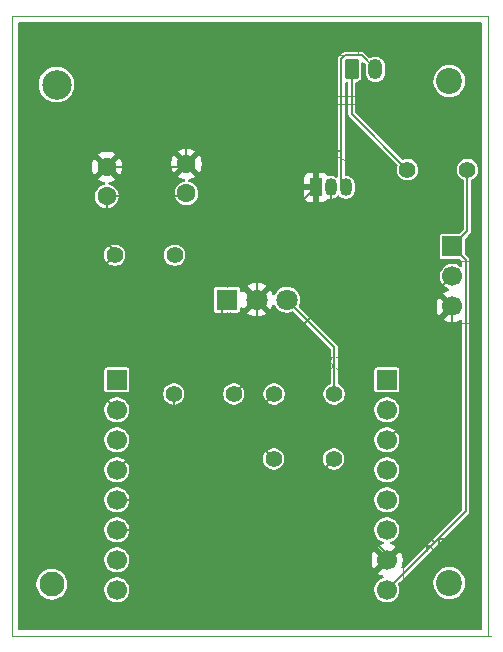
<source format=gbr>
%TF.GenerationSoftware,KiCad,Pcbnew,9.0.5*%
%TF.CreationDate,2026-01-12T15:34:45+09:00*%
%TF.ProjectId,main-board,6d61696e-2d62-46f6-9172-642e6b696361,rev?*%
%TF.SameCoordinates,Original*%
%TF.FileFunction,Copper,L3,Inr*%
%TF.FilePolarity,Positive*%
%FSLAX46Y46*%
G04 Gerber Fmt 4.6, Leading zero omitted, Abs format (unit mm)*
G04 Created by KiCad (PCBNEW 9.0.5) date 2026-01-12 15:34:45*
%MOMM*%
%LPD*%
G01*
G04 APERTURE LIST*
G04 Aperture macros list*
%AMRoundRect*
0 Rectangle with rounded corners*
0 $1 Rounding radius*
0 $2 $3 $4 $5 $6 $7 $8 $9 X,Y pos of 4 corners*
0 Add a 4 corners polygon primitive as box body*
4,1,4,$2,$3,$4,$5,$6,$7,$8,$9,$2,$3,0*
0 Add four circle primitives for the rounded corners*
1,1,$1+$1,$2,$3*
1,1,$1+$1,$4,$5*
1,1,$1+$1,$6,$7*
1,1,$1+$1,$8,$9*
0 Add four rect primitives between the rounded corners*
20,1,$1+$1,$2,$3,$4,$5,0*
20,1,$1+$1,$4,$5,$6,$7,0*
20,1,$1+$1,$6,$7,$8,$9,0*
20,1,$1+$1,$8,$9,$2,$3,0*%
G04 Aperture macros list end*
%TA.AperFunction,ComponentPad*%
%ADD10C,1.600000*%
%TD*%
%TA.AperFunction,ComponentPad*%
%ADD11C,1.400000*%
%TD*%
%TA.AperFunction,ComponentPad*%
%ADD12R,1.800000X1.800000*%
%TD*%
%TA.AperFunction,ComponentPad*%
%ADD13C,1.800000*%
%TD*%
%TA.AperFunction,ComponentPad*%
%ADD14R,1.050000X1.500000*%
%TD*%
%TA.AperFunction,ComponentPad*%
%ADD15O,1.050000X1.500000*%
%TD*%
%TA.AperFunction,ComponentPad*%
%ADD16RoundRect,0.250000X-0.350000X-0.625000X0.350000X-0.625000X0.350000X0.625000X-0.350000X0.625000X0*%
%TD*%
%TA.AperFunction,ComponentPad*%
%ADD17O,1.200000X1.750000*%
%TD*%
%TA.AperFunction,ComponentPad*%
%ADD18R,1.700000X1.700000*%
%TD*%
%TA.AperFunction,ComponentPad*%
%ADD19C,1.700000*%
%TD*%
%TA.AperFunction,Conductor*%
%ADD20C,0.200000*%
%TD*%
%TA.AperFunction,SMDPad,CuDef*%
%ADD21RoundRect,0.250000X0.275000X0.250000X-0.275000X0.250000X-0.275000X-0.250000X0.275000X-0.250000X0*%
%TD*%
%TA.AperFunction,SMDPad,CuDef*%
%ADD22RoundRect,0.250000X0.850000X0.275000X-0.850000X0.275000X-0.850000X-0.275000X0.850000X-0.275000X0*%
%TD*%
%ADD23C,1.600000*%
%ADD24C,2.500000*%
%ADD25C,2.100000*%
%ADD26C,1.400000*%
%ADD27C,2.200000*%
%ADD28R,1.800000X1.800000*%
%ADD29C,1.800000*%
%ADD30R,1.050000X1.500000*%
%ADD31O,1.050000X1.500000*%
%ADD32RoundRect,0.250000X-0.350000X-0.625000X0.350000X-0.625000X0.350000X0.625000X-0.350000X0.625000X0*%
%ADD33O,1.200000X1.750000*%
%ADD34R,1.700000X1.700000*%
%ADD35C,1.700000*%
%ADD36RoundRect,0.250000X0.275000X0.250000X-0.275000X0.250000X-0.275000X-0.250000X0.275000X-0.250000X0*%
%ADD37RoundRect,0.250000X0.850000X0.275000X-0.850000X0.275000X-0.850000X-0.275000X0.850000X-0.275000X0*%
%ADD38C,0.100000*%
%ADD39C,0.150000*%
%ADD40C,0.120000*%
%TA.AperFunction,NonConductor*%
%ADD41C,0.150000*%
%TD*%
%TA.AperFunction,Profile*%
%ADD42C,0.050000*%
%TD*%
G04 APERTURE END LIST*
D10*
%TO.N,Net-(J2-Pin_2)*%
%TO.C,C2A1*%
X139500000Y-87750000D03*
%TO.N,GND*%
X139500000Y-85250000D03*
%TD*%
D11*
%TO.N,Net-(J3-IR_LED+)*%
%TO.C,R5*%
X158210000Y-85750000D03*
%TO.N,Net-(J4-Pin_8)*%
X163290000Y-85750000D03*
%TD*%
D12*
%TO.N,Net-(D1-K1)*%
%TO.C,D1*%
X142920000Y-96750000D03*
D13*
%TO.N,GND*%
X145460000Y-96750000D03*
%TO.N,Net-(D1-K2)*%
X148000000Y-96750000D03*
%TD*%
D14*
%TO.N,GND*%
%TO.C,Q1*%
X150460000Y-87250000D03*
D15*
%TO.N,Net-(Q1-B)*%
X151730000Y-87250000D03*
%TO.N,Net-(J3-IR_LED-)*%
X153000000Y-87250000D03*
%TD*%
D11*
%TO.N,Net-(J2-Pin_4)*%
%TO.C,R2*%
X138420000Y-104750000D03*
%TO.N,Net-(Q1-B)*%
X143500000Y-104750000D03*
%TD*%
D16*
%TO.N,Net-(J3-IR_LED+)*%
%TO.C,J3*%
X153500000Y-77250000D03*
D17*
%TO.N,Net-(J3-IR_LED-)*%
X155500000Y-77250000D03*
%TD*%
D18*
%TO.N,Net-(J4-Pin_8)*%
%TO.C,J5*%
X162000000Y-92250000D03*
D19*
%TO.N,Net-(J4-Pin_3)*%
X162000000Y-94790000D03*
%TO.N,GND*%
X162000000Y-97330000D03*
%TD*%
D11*
%TO.N,Net-(J2-Pin_6)*%
%TO.C,R3*%
X146920000Y-104750000D03*
%TO.N,Net-(D1-K2)*%
X152000000Y-104750000D03*
%TD*%
%TO.N,Net-(J1-EMI_SIG)*%
%TO.C,R1*%
X138500000Y-93000000D03*
%TO.N,Net-(J2-Pin_2)*%
X133420000Y-93000000D03*
%TD*%
D10*
%TO.N,Net-(J2-Pin_2)*%
%TO.C,C1*%
X132750000Y-88000000D03*
%TO.N,GND*%
X132750000Y-85500000D03*
%TD*%
D18*
%TO.N,unconnected-(J4-Pin_1-Pad1)*%
%TO.C,J4*%
X156460000Y-103550000D03*
D19*
%TO.N,unconnected-(J4-Pin_2-Pad2)*%
X156460000Y-106090000D03*
%TO.N,Net-(J4-Pin_3)*%
X156460000Y-108630000D03*
%TO.N,unconnected-(J4-Pin_4-Pad4)*%
X156460000Y-111170000D03*
%TO.N,unconnected-(J4-Pin_5-Pad5)*%
X156460000Y-113710000D03*
%TO.N,unconnected-(J4-Pin_6-Pad6)*%
X156460000Y-116250000D03*
%TO.N,GND*%
X156460000Y-118790000D03*
%TO.N,Net-(J4-Pin_8)*%
X156460000Y-121330000D03*
%TD*%
D18*
%TO.N,unconnected-(J2-Pin_1-Pad1)*%
%TO.C,J2*%
X133600000Y-103550000D03*
D19*
%TO.N,Net-(J2-Pin_2)*%
X133600000Y-106090000D03*
%TO.N,unconnected-(J2-Pin_3-Pad3)*%
X133600000Y-108630000D03*
%TO.N,Net-(J2-Pin_4)*%
X133600000Y-111170000D03*
%TO.N,Net-(J2-Pin_5)*%
X133600000Y-113710000D03*
%TO.N,Net-(J2-Pin_6)*%
X133600000Y-116250000D03*
%TO.N,unconnected-(J2-Pin_7-Pad7)*%
X133600000Y-118790000D03*
%TO.N,unconnected-(J2-Pin_8-Pad8)*%
X133600000Y-121330000D03*
%TD*%
D11*
%TO.N,Net-(D1-K1)*%
%TO.C,R4*%
X146880000Y-110250000D03*
%TO.N,Net-(J2-Pin_5)*%
X151960000Y-110250000D03*
%TD*%
D20*
%TO.N,GND*%
X156460000Y-118790000D02*
X162000000Y-113250000D01*
X145460000Y-107296372D02*
X145460000Y-96750000D01*
X145460000Y-91210000D02*
X145460000Y-96750000D01*
X156460000Y-118296372D02*
X145460000Y-107296372D01*
X139500000Y-85250000D02*
X145460000Y-91210000D01*
X162000000Y-113250000D02*
X162000000Y-97330000D01*
X132750000Y-85500000D02*
X139250000Y-85500000D01*
X156460000Y-118790000D02*
X156460000Y-118296372D01*
X150460000Y-87250000D02*
X145460000Y-92250000D01*
X139250000Y-85500000D02*
X139500000Y-85250000D01*
X145460000Y-92250000D02*
X145460000Y-96750000D01*
%TO.N,Net-(J2-Pin_6)*%
X146920000Y-104750000D02*
X147000000Y-104750000D01*
X147000000Y-104750000D02*
X147250000Y-104500000D01*
%TO.N,Net-(J4-Pin_8)*%
X162000000Y-92250000D02*
X163151000Y-93401000D01*
X163151000Y-93401000D02*
X163151000Y-114639000D01*
X163290000Y-85750000D02*
X163290000Y-90960000D01*
X163151000Y-114639000D02*
X156460000Y-121330000D01*
X163290000Y-90960000D02*
X162000000Y-92250000D01*
%TO.N,Net-(J3-IR_LED-)*%
X152599000Y-86849000D02*
X153000000Y-87250000D01*
X154324000Y-76074000D02*
X152914840Y-76074000D01*
X155500000Y-77250000D02*
X154324000Y-76074000D01*
X152914840Y-76074000D02*
X152599000Y-76389840D01*
X152599000Y-76389840D02*
X152599000Y-86849000D01*
%TO.N,Net-(J3-IR_LED+)*%
X153500000Y-81040000D02*
X158210000Y-85750000D01*
X153500000Y-77250000D02*
X153500000Y-81040000D01*
%TO.N,Net-(D1-K2)*%
X152000000Y-100750000D02*
X152000000Y-104750000D01*
X148000000Y-96750000D02*
X152000000Y-100750000D01*
%TD*%
%TA.AperFunction,Conductor*%
%TO.N,GND*%
G36*
X164442539Y-73270185D02*
G01*
X164488294Y-73322989D01*
X164499500Y-73374500D01*
X164499500Y-124625500D01*
X164479815Y-124692539D01*
X164427011Y-124738294D01*
X164375500Y-124749500D01*
X125374500Y-124749500D01*
X125307461Y-124729815D01*
X125261706Y-124677011D01*
X125250500Y-124625500D01*
X125250500Y-120747648D01*
X126799500Y-120747648D01*
X126799500Y-120952351D01*
X126831522Y-121154534D01*
X126894781Y-121349223D01*
X126987715Y-121531613D01*
X127108028Y-121697213D01*
X127252786Y-121841971D01*
X127407749Y-121954556D01*
X127418390Y-121962287D01*
X127491729Y-121999655D01*
X127600776Y-122055218D01*
X127600778Y-122055218D01*
X127600781Y-122055220D01*
X127705137Y-122089127D01*
X127795465Y-122118477D01*
X127896557Y-122134488D01*
X127997648Y-122150500D01*
X127997649Y-122150500D01*
X128202351Y-122150500D01*
X128202352Y-122150500D01*
X128404534Y-122118477D01*
X128599219Y-122055220D01*
X128781610Y-121962287D01*
X128874590Y-121894732D01*
X128947213Y-121841971D01*
X128947215Y-121841968D01*
X128947219Y-121841966D01*
X129091966Y-121697219D01*
X129091968Y-121697215D01*
X129091971Y-121697213D01*
X129144732Y-121624590D01*
X129212287Y-121531610D01*
X129305220Y-121349219D01*
X129335981Y-121254544D01*
X129345084Y-121226530D01*
X132549500Y-121226530D01*
X132549500Y-121433469D01*
X132589868Y-121636412D01*
X132589870Y-121636420D01*
X132669059Y-121827598D01*
X132678663Y-121841971D01*
X132784024Y-121999657D01*
X132930342Y-122145975D01*
X132930345Y-122145977D01*
X133102402Y-122260941D01*
X133293580Y-122340130D01*
X133496530Y-122380499D01*
X133496534Y-122380500D01*
X133496535Y-122380500D01*
X133703466Y-122380500D01*
X133703467Y-122380499D01*
X133906420Y-122340130D01*
X134097598Y-122260941D01*
X134269655Y-122145977D01*
X134415977Y-121999655D01*
X134530941Y-121827598D01*
X134610130Y-121636420D01*
X134650500Y-121433465D01*
X134650500Y-121226535D01*
X134610130Y-121023580D01*
X134530941Y-120832402D01*
X134415977Y-120660345D01*
X134415975Y-120660342D01*
X134269657Y-120514024D01*
X134149532Y-120433760D01*
X134097598Y-120399059D01*
X134097593Y-120399057D01*
X133906420Y-120319870D01*
X133906412Y-120319868D01*
X133703469Y-120279500D01*
X133703465Y-120279500D01*
X133496535Y-120279500D01*
X133496530Y-120279500D01*
X133293587Y-120319868D01*
X133293579Y-120319870D01*
X133102403Y-120399058D01*
X132930342Y-120514024D01*
X132784024Y-120660342D01*
X132669058Y-120832403D01*
X132589870Y-121023579D01*
X132589868Y-121023587D01*
X132549500Y-121226530D01*
X129345084Y-121226530D01*
X129359513Y-121182124D01*
X129359514Y-121182122D01*
X129368475Y-121154542D01*
X129368475Y-121154538D01*
X129368477Y-121154534D01*
X129400500Y-120952352D01*
X129400500Y-120747648D01*
X129368477Y-120545466D01*
X129305220Y-120350781D01*
X129305218Y-120350778D01*
X129305218Y-120350776D01*
X129244488Y-120231588D01*
X129212287Y-120168390D01*
X129190048Y-120137780D01*
X129091971Y-120002786D01*
X128947213Y-119858028D01*
X128781613Y-119737715D01*
X128781612Y-119737714D01*
X128781610Y-119737713D01*
X128724653Y-119708691D01*
X128599223Y-119644781D01*
X128404534Y-119581522D01*
X128216343Y-119551716D01*
X128202352Y-119549500D01*
X127997648Y-119549500D01*
X127983657Y-119551716D01*
X127795465Y-119581522D01*
X127600776Y-119644781D01*
X127418386Y-119737715D01*
X127252786Y-119858028D01*
X127108028Y-120002786D01*
X126987715Y-120168386D01*
X126894781Y-120350776D01*
X126831522Y-120545465D01*
X126799500Y-120747648D01*
X125250500Y-120747648D01*
X125250500Y-118686530D01*
X132549500Y-118686530D01*
X132549500Y-118893469D01*
X132589868Y-119096412D01*
X132589870Y-119096420D01*
X132669058Y-119287596D01*
X132784024Y-119459657D01*
X132930342Y-119605975D01*
X132930345Y-119605977D01*
X133102402Y-119720941D01*
X133293580Y-119800130D01*
X133496530Y-119840499D01*
X133496534Y-119840500D01*
X133496535Y-119840500D01*
X133703466Y-119840500D01*
X133703467Y-119840499D01*
X133906420Y-119800130D01*
X134097598Y-119720941D01*
X134269655Y-119605977D01*
X134415977Y-119459655D01*
X134530941Y-119287598D01*
X134610130Y-119096420D01*
X134650500Y-118893465D01*
X134650500Y-118686535D01*
X134650500Y-118686532D01*
X134650499Y-118686531D01*
X134650499Y-118686530D01*
X134649947Y-118683753D01*
X155110000Y-118683753D01*
X155110000Y-118896246D01*
X155143242Y-119106127D01*
X155143242Y-119106130D01*
X155208904Y-119308217D01*
X155305375Y-119497550D01*
X155344728Y-119551716D01*
X155977037Y-118919408D01*
X155994075Y-118982993D01*
X156059901Y-119097007D01*
X156152993Y-119190099D01*
X156267007Y-119255925D01*
X156330590Y-119272962D01*
X155698282Y-119905269D01*
X155698282Y-119905270D01*
X155752449Y-119944624D01*
X155941782Y-120041095D01*
X156117973Y-120098343D01*
X156175648Y-120137780D01*
X156202847Y-120202139D01*
X156190932Y-120270985D01*
X156143688Y-120322461D01*
X156127108Y-120330835D01*
X155962403Y-120399057D01*
X155790342Y-120514024D01*
X155644024Y-120660342D01*
X155529058Y-120832403D01*
X155449870Y-121023579D01*
X155449868Y-121023587D01*
X155409500Y-121226530D01*
X155409500Y-121433469D01*
X155449868Y-121636412D01*
X155449870Y-121636420D01*
X155529059Y-121827598D01*
X155538663Y-121841971D01*
X155644024Y-121999657D01*
X155790342Y-122145975D01*
X155790345Y-122145977D01*
X155962402Y-122260941D01*
X156153580Y-122340130D01*
X156356530Y-122380499D01*
X156356534Y-122380500D01*
X156356535Y-122380500D01*
X156563466Y-122380500D01*
X156563467Y-122380499D01*
X156766420Y-122340130D01*
X156957598Y-122260941D01*
X157129655Y-122145977D01*
X157275977Y-121999655D01*
X157390941Y-121827598D01*
X157470130Y-121636420D01*
X157510500Y-121433465D01*
X157510500Y-121226535D01*
X157470130Y-121023580D01*
X157420194Y-120903026D01*
X157412726Y-120833559D01*
X157444001Y-120771080D01*
X157447047Y-120767922D01*
X157571256Y-120643713D01*
X160399500Y-120643713D01*
X160399500Y-120856286D01*
X160425996Y-121023579D01*
X160432754Y-121066243D01*
X160484836Y-121226535D01*
X160498444Y-121268414D01*
X160594951Y-121457820D01*
X160719890Y-121629786D01*
X160870213Y-121780109D01*
X161042179Y-121905048D01*
X161042181Y-121905049D01*
X161042184Y-121905051D01*
X161231588Y-122001557D01*
X161433757Y-122067246D01*
X161643713Y-122100500D01*
X161643714Y-122100500D01*
X161856286Y-122100500D01*
X161856287Y-122100500D01*
X162066243Y-122067246D01*
X162268412Y-122001557D01*
X162457816Y-121905051D01*
X162564422Y-121827598D01*
X162629786Y-121780109D01*
X162629788Y-121780106D01*
X162629792Y-121780104D01*
X162780104Y-121629792D01*
X162780106Y-121629788D01*
X162780109Y-121629786D01*
X162905048Y-121457820D01*
X162905047Y-121457820D01*
X162905051Y-121457816D01*
X163001557Y-121268412D01*
X163067246Y-121066243D01*
X163100500Y-120856287D01*
X163100500Y-120643713D01*
X163067246Y-120433757D01*
X163001557Y-120231588D01*
X162905051Y-120042184D01*
X162905049Y-120042181D01*
X162905048Y-120042179D01*
X162780109Y-119870213D01*
X162629786Y-119719890D01*
X162457820Y-119594951D01*
X162268414Y-119498444D01*
X162268413Y-119498443D01*
X162268412Y-119498443D01*
X162066243Y-119432754D01*
X162066241Y-119432753D01*
X162066240Y-119432753D01*
X161904957Y-119407208D01*
X161856287Y-119399500D01*
X161643713Y-119399500D01*
X161595042Y-119407208D01*
X161433760Y-119432753D01*
X161231585Y-119498444D01*
X161042179Y-119594951D01*
X160870213Y-119719890D01*
X160719890Y-119870213D01*
X160594951Y-120042179D01*
X160498444Y-120231585D01*
X160432753Y-120433760D01*
X160399500Y-120643713D01*
X157571256Y-120643713D01*
X163391460Y-114823511D01*
X163427839Y-114760500D01*
X163431021Y-114754989D01*
X163451500Y-114678562D01*
X163451500Y-93361438D01*
X163431021Y-93285011D01*
X163407662Y-93244552D01*
X163391464Y-93216495D01*
X163391458Y-93216487D01*
X163086819Y-92911848D01*
X163053334Y-92850525D01*
X163050500Y-92824167D01*
X163050500Y-91675833D01*
X163070185Y-91608794D01*
X163086819Y-91588152D01*
X163294724Y-91380247D01*
X163530460Y-91144511D01*
X163570021Y-91075989D01*
X163590500Y-90999562D01*
X163590500Y-86683077D01*
X163610185Y-86616038D01*
X163662989Y-86570283D01*
X163667048Y-86568516D01*
X163681530Y-86562517D01*
X163716547Y-86548013D01*
X163864035Y-86449464D01*
X163989464Y-86324035D01*
X164088013Y-86176547D01*
X164155894Y-86012666D01*
X164157141Y-86006401D01*
X164190499Y-85838695D01*
X164190500Y-85838693D01*
X164190500Y-85661306D01*
X164190499Y-85661304D01*
X164155896Y-85487341D01*
X164155893Y-85487332D01*
X164155891Y-85487328D01*
X164133684Y-85433714D01*
X164088016Y-85323459D01*
X164088009Y-85323446D01*
X163989464Y-85175965D01*
X163989461Y-85175961D01*
X163864038Y-85050538D01*
X163864034Y-85050535D01*
X163716553Y-84951990D01*
X163716540Y-84951983D01*
X163552667Y-84884106D01*
X163552658Y-84884103D01*
X163378694Y-84849500D01*
X163378691Y-84849500D01*
X163201309Y-84849500D01*
X163201306Y-84849500D01*
X163027341Y-84884103D01*
X163027332Y-84884106D01*
X162863459Y-84951983D01*
X162863446Y-84951990D01*
X162715965Y-85050535D01*
X162715961Y-85050538D01*
X162590538Y-85175961D01*
X162590535Y-85175965D01*
X162491990Y-85323446D01*
X162491983Y-85323459D01*
X162424106Y-85487332D01*
X162424103Y-85487341D01*
X162389500Y-85661304D01*
X162389500Y-85838695D01*
X162424103Y-86012658D01*
X162424106Y-86012667D01*
X162491983Y-86176540D01*
X162491990Y-86176553D01*
X162590535Y-86324034D01*
X162590538Y-86324038D01*
X162715961Y-86449461D01*
X162715965Y-86449464D01*
X162863449Y-86548011D01*
X162863451Y-86548011D01*
X162863453Y-86548013D01*
X162892564Y-86560071D01*
X162912952Y-86568516D01*
X162967356Y-86612356D01*
X162989421Y-86678650D01*
X162989500Y-86683077D01*
X162989500Y-90784167D01*
X162969815Y-90851206D01*
X162953181Y-90871848D01*
X162661848Y-91163181D01*
X162600525Y-91196666D01*
X162574167Y-91199500D01*
X161130247Y-91199500D01*
X161071770Y-91211131D01*
X161071769Y-91211132D01*
X161005447Y-91255447D01*
X160961132Y-91321769D01*
X160961131Y-91321770D01*
X160949500Y-91380247D01*
X160949500Y-93119752D01*
X160961131Y-93178229D01*
X160961132Y-93178230D01*
X161005447Y-93244552D01*
X161071769Y-93288867D01*
X161071770Y-93288868D01*
X161130247Y-93300499D01*
X161130250Y-93300500D01*
X161130252Y-93300500D01*
X162574167Y-93300500D01*
X162603607Y-93309144D01*
X162633594Y-93315668D01*
X162638609Y-93319422D01*
X162641206Y-93320185D01*
X162661848Y-93336819D01*
X162814181Y-93489152D01*
X162847666Y-93550475D01*
X162850500Y-93576833D01*
X162850500Y-93862871D01*
X162830815Y-93929910D01*
X162778011Y-93975665D01*
X162708853Y-93985609D01*
X162657610Y-93965974D01*
X162507827Y-93865894D01*
X162497598Y-93859059D01*
X162306420Y-93779870D01*
X162306412Y-93779868D01*
X162103469Y-93739500D01*
X162103465Y-93739500D01*
X161896535Y-93739500D01*
X161896530Y-93739500D01*
X161693587Y-93779868D01*
X161693579Y-93779870D01*
X161502403Y-93859058D01*
X161330342Y-93974024D01*
X161184024Y-94120342D01*
X161069058Y-94292403D01*
X160989870Y-94483579D01*
X160989868Y-94483587D01*
X160949500Y-94686530D01*
X160949500Y-94893469D01*
X160989868Y-95096412D01*
X160989870Y-95096420D01*
X161069058Y-95287596D01*
X161184024Y-95459657D01*
X161330342Y-95605975D01*
X161502405Y-95720943D01*
X161605043Y-95763456D01*
X161667108Y-95789164D01*
X161721511Y-95833005D01*
X161743576Y-95899299D01*
X161726297Y-95966998D01*
X161675160Y-96014609D01*
X161657974Y-96021656D01*
X161481781Y-96078905D01*
X161292439Y-96175380D01*
X161238282Y-96214727D01*
X161238282Y-96214728D01*
X161870591Y-96847037D01*
X161807007Y-96864075D01*
X161692993Y-96929901D01*
X161599901Y-97022993D01*
X161534075Y-97137007D01*
X161517037Y-97200591D01*
X160884728Y-96568282D01*
X160884727Y-96568282D01*
X160845380Y-96622439D01*
X160748904Y-96811782D01*
X160683242Y-97013869D01*
X160683242Y-97013872D01*
X160650000Y-97223753D01*
X160650000Y-97436246D01*
X160683242Y-97646127D01*
X160683242Y-97646130D01*
X160748904Y-97848217D01*
X160845375Y-98037550D01*
X160884728Y-98091716D01*
X161517036Y-97459407D01*
X161534075Y-97522993D01*
X161599901Y-97637007D01*
X161692993Y-97730099D01*
X161807007Y-97795925D01*
X161870589Y-97812962D01*
X161238282Y-98445269D01*
X161238282Y-98445270D01*
X161292449Y-98484624D01*
X161481782Y-98581095D01*
X161683870Y-98646757D01*
X161893754Y-98680000D01*
X162106246Y-98680000D01*
X162316127Y-98646757D01*
X162316130Y-98646757D01*
X162518217Y-98581095D01*
X162670205Y-98503653D01*
X162738874Y-98490757D01*
X162803614Y-98517033D01*
X162843872Y-98574139D01*
X162850500Y-98614138D01*
X162850500Y-114463166D01*
X162830815Y-114530205D01*
X162814181Y-114550847D01*
X157905549Y-119459478D01*
X157844226Y-119492963D01*
X157774534Y-119487979D01*
X157718601Y-119446107D01*
X157694184Y-119380643D01*
X157707386Y-119315496D01*
X157711096Y-119308215D01*
X157776757Y-119106130D01*
X157776757Y-119106127D01*
X157810000Y-118896246D01*
X157810000Y-118683753D01*
X157776757Y-118473872D01*
X157776757Y-118473869D01*
X157711095Y-118271782D01*
X157614624Y-118082449D01*
X157575270Y-118028282D01*
X157575269Y-118028282D01*
X156942962Y-118660590D01*
X156925925Y-118597007D01*
X156860099Y-118482993D01*
X156767007Y-118389901D01*
X156652993Y-118324075D01*
X156589409Y-118307037D01*
X157221716Y-117674728D01*
X157167550Y-117635375D01*
X156978216Y-117538904D01*
X156802026Y-117481656D01*
X156744350Y-117442218D01*
X156717152Y-117377860D01*
X156729067Y-117309013D01*
X156776311Y-117257538D01*
X156792882Y-117249168D01*
X156957598Y-117180941D01*
X157129655Y-117065977D01*
X157275977Y-116919655D01*
X157390941Y-116747598D01*
X157470130Y-116556420D01*
X157510500Y-116353465D01*
X157510500Y-116146535D01*
X157470130Y-115943580D01*
X157390941Y-115752402D01*
X157275977Y-115580345D01*
X157275975Y-115580342D01*
X157129657Y-115434024D01*
X157043626Y-115376541D01*
X156957598Y-115319059D01*
X156766420Y-115239870D01*
X156766412Y-115239868D01*
X156563469Y-115199500D01*
X156563465Y-115199500D01*
X156356535Y-115199500D01*
X156356530Y-115199500D01*
X156153587Y-115239868D01*
X156153579Y-115239870D01*
X155962403Y-115319058D01*
X155790342Y-115434024D01*
X155644024Y-115580342D01*
X155529058Y-115752403D01*
X155449870Y-115943579D01*
X155449868Y-115943587D01*
X155409500Y-116146530D01*
X155409500Y-116353469D01*
X155449868Y-116556412D01*
X155449870Y-116556420D01*
X155529058Y-116747596D01*
X155644024Y-116919657D01*
X155790342Y-117065975D01*
X155962405Y-117180943D01*
X156065043Y-117223456D01*
X156127108Y-117249164D01*
X156181511Y-117293005D01*
X156203576Y-117359299D01*
X156186297Y-117426998D01*
X156135160Y-117474609D01*
X156117974Y-117481656D01*
X155941781Y-117538905D01*
X155752439Y-117635380D01*
X155698282Y-117674727D01*
X155698282Y-117674728D01*
X156330591Y-118307037D01*
X156267007Y-118324075D01*
X156152993Y-118389901D01*
X156059901Y-118482993D01*
X155994075Y-118597007D01*
X155977037Y-118660591D01*
X155344728Y-118028282D01*
X155344727Y-118028282D01*
X155305380Y-118082439D01*
X155208904Y-118271782D01*
X155143242Y-118473869D01*
X155143242Y-118473872D01*
X155110000Y-118683753D01*
X134649947Y-118683753D01*
X134610130Y-118483580D01*
X134530941Y-118292402D01*
X134415977Y-118120345D01*
X134415975Y-118120342D01*
X134269657Y-117974024D01*
X134183626Y-117916541D01*
X134097598Y-117859059D01*
X133906420Y-117779870D01*
X133906412Y-117779868D01*
X133703469Y-117739500D01*
X133703465Y-117739500D01*
X133496535Y-117739500D01*
X133496530Y-117739500D01*
X133293587Y-117779868D01*
X133293579Y-117779870D01*
X133102403Y-117859058D01*
X132930342Y-117974024D01*
X132784024Y-118120342D01*
X132669058Y-118292403D01*
X132589870Y-118483579D01*
X132589868Y-118483587D01*
X132549500Y-118686530D01*
X125250500Y-118686530D01*
X125250500Y-116146530D01*
X132549500Y-116146530D01*
X132549500Y-116353469D01*
X132589868Y-116556412D01*
X132589870Y-116556420D01*
X132669058Y-116747596D01*
X132784024Y-116919657D01*
X132930342Y-117065975D01*
X132930345Y-117065977D01*
X133102402Y-117180941D01*
X133293580Y-117260130D01*
X133458855Y-117293005D01*
X133496530Y-117300499D01*
X133496534Y-117300500D01*
X133496535Y-117300500D01*
X133703466Y-117300500D01*
X133703467Y-117300499D01*
X133906420Y-117260130D01*
X134097598Y-117180941D01*
X134269655Y-117065977D01*
X134415977Y-116919655D01*
X134530941Y-116747598D01*
X134610130Y-116556420D01*
X134650500Y-116353465D01*
X134650500Y-116146535D01*
X134610130Y-115943580D01*
X134530941Y-115752402D01*
X134415977Y-115580345D01*
X134415975Y-115580342D01*
X134269657Y-115434024D01*
X134183626Y-115376541D01*
X134097598Y-115319059D01*
X133906420Y-115239870D01*
X133906412Y-115239868D01*
X133703469Y-115199500D01*
X133703465Y-115199500D01*
X133496535Y-115199500D01*
X133496530Y-115199500D01*
X133293587Y-115239868D01*
X133293579Y-115239870D01*
X133102403Y-115319058D01*
X132930342Y-115434024D01*
X132784024Y-115580342D01*
X132669058Y-115752403D01*
X132589870Y-115943579D01*
X132589868Y-115943587D01*
X132549500Y-116146530D01*
X125250500Y-116146530D01*
X125250500Y-113606530D01*
X132549500Y-113606530D01*
X132549500Y-113813469D01*
X132589868Y-114016412D01*
X132589870Y-114016420D01*
X132669058Y-114207596D01*
X132784024Y-114379657D01*
X132930342Y-114525975D01*
X132930345Y-114525977D01*
X133102402Y-114640941D01*
X133293580Y-114720130D01*
X133468824Y-114754988D01*
X133496530Y-114760499D01*
X133496534Y-114760500D01*
X133496535Y-114760500D01*
X133703466Y-114760500D01*
X133703467Y-114760499D01*
X133906420Y-114720130D01*
X134097598Y-114640941D01*
X134269655Y-114525977D01*
X134415977Y-114379655D01*
X134530941Y-114207598D01*
X134610130Y-114016420D01*
X134650500Y-113813465D01*
X134650500Y-113606535D01*
X134650499Y-113606530D01*
X155409500Y-113606530D01*
X155409500Y-113813469D01*
X155449868Y-114016412D01*
X155449870Y-114016420D01*
X155529058Y-114207596D01*
X155644024Y-114379657D01*
X155790342Y-114525975D01*
X155790345Y-114525977D01*
X155962402Y-114640941D01*
X156153580Y-114720130D01*
X156328824Y-114754988D01*
X156356530Y-114760499D01*
X156356534Y-114760500D01*
X156356535Y-114760500D01*
X156563466Y-114760500D01*
X156563467Y-114760499D01*
X156766420Y-114720130D01*
X156957598Y-114640941D01*
X157129655Y-114525977D01*
X157275977Y-114379655D01*
X157390941Y-114207598D01*
X157470130Y-114016420D01*
X157510500Y-113813465D01*
X157510500Y-113606535D01*
X157470130Y-113403580D01*
X157390941Y-113212402D01*
X157275977Y-113040345D01*
X157275975Y-113040342D01*
X157129657Y-112894024D01*
X157043626Y-112836541D01*
X156957598Y-112779059D01*
X156766420Y-112699870D01*
X156766412Y-112699868D01*
X156563469Y-112659500D01*
X156563465Y-112659500D01*
X156356535Y-112659500D01*
X156356530Y-112659500D01*
X156153587Y-112699868D01*
X156153579Y-112699870D01*
X155962403Y-112779058D01*
X155790342Y-112894024D01*
X155644024Y-113040342D01*
X155529058Y-113212403D01*
X155449870Y-113403579D01*
X155449868Y-113403587D01*
X155409500Y-113606530D01*
X134650499Y-113606530D01*
X134610130Y-113403580D01*
X134530941Y-113212402D01*
X134415977Y-113040345D01*
X134415975Y-113040342D01*
X134269657Y-112894024D01*
X134183626Y-112836541D01*
X134097598Y-112779059D01*
X133906420Y-112699870D01*
X133906412Y-112699868D01*
X133703469Y-112659500D01*
X133703465Y-112659500D01*
X133496535Y-112659500D01*
X133496530Y-112659500D01*
X133293587Y-112699868D01*
X133293579Y-112699870D01*
X133102403Y-112779058D01*
X132930342Y-112894024D01*
X132784024Y-113040342D01*
X132669058Y-113212403D01*
X132589870Y-113403579D01*
X132589868Y-113403587D01*
X132549500Y-113606530D01*
X125250500Y-113606530D01*
X125250500Y-111066530D01*
X132549500Y-111066530D01*
X132549500Y-111273469D01*
X132589868Y-111476412D01*
X132589870Y-111476420D01*
X132669058Y-111667596D01*
X132784024Y-111839657D01*
X132930342Y-111985975D01*
X132930345Y-111985977D01*
X133102402Y-112100941D01*
X133293580Y-112180130D01*
X133496530Y-112220499D01*
X133496534Y-112220500D01*
X133496535Y-112220500D01*
X133703466Y-112220500D01*
X133703467Y-112220499D01*
X133906420Y-112180130D01*
X134097598Y-112100941D01*
X134269655Y-111985977D01*
X134415977Y-111839655D01*
X134530941Y-111667598D01*
X134610130Y-111476420D01*
X134650500Y-111273465D01*
X134650500Y-111066535D01*
X134610130Y-110863580D01*
X134530941Y-110672402D01*
X134415977Y-110500345D01*
X134415975Y-110500342D01*
X134269657Y-110354024D01*
X134126424Y-110258320D01*
X134097598Y-110239059D01*
X133909882Y-110161304D01*
X145979500Y-110161304D01*
X145979500Y-110338695D01*
X146014103Y-110512658D01*
X146014106Y-110512667D01*
X146081983Y-110676540D01*
X146081990Y-110676553D01*
X146180535Y-110824034D01*
X146180538Y-110824038D01*
X146305961Y-110949461D01*
X146305965Y-110949464D01*
X146453446Y-111048009D01*
X146453459Y-111048016D01*
X146576363Y-111098923D01*
X146617334Y-111115894D01*
X146617336Y-111115894D01*
X146617341Y-111115896D01*
X146791304Y-111150499D01*
X146791307Y-111150500D01*
X146791309Y-111150500D01*
X146968693Y-111150500D01*
X146968694Y-111150499D01*
X147026682Y-111138964D01*
X147142658Y-111115896D01*
X147142661Y-111115894D01*
X147142666Y-111115894D01*
X147306547Y-111048013D01*
X147454035Y-110949464D01*
X147579464Y-110824035D01*
X147678013Y-110676547D01*
X147679730Y-110672403D01*
X147687958Y-110652535D01*
X147745894Y-110512666D01*
X147748346Y-110500342D01*
X147780499Y-110338695D01*
X147780500Y-110338693D01*
X147780500Y-110161306D01*
X147780499Y-110161304D01*
X151059500Y-110161304D01*
X151059500Y-110338695D01*
X151094103Y-110512658D01*
X151094106Y-110512667D01*
X151161983Y-110676540D01*
X151161990Y-110676553D01*
X151260535Y-110824034D01*
X151260538Y-110824038D01*
X151385961Y-110949461D01*
X151385965Y-110949464D01*
X151533446Y-111048009D01*
X151533459Y-111048016D01*
X151656363Y-111098923D01*
X151697334Y-111115894D01*
X151697336Y-111115894D01*
X151697341Y-111115896D01*
X151871304Y-111150499D01*
X151871307Y-111150500D01*
X151871309Y-111150500D01*
X152048693Y-111150500D01*
X152048694Y-111150499D01*
X152106682Y-111138964D01*
X152222658Y-111115896D01*
X152222661Y-111115894D01*
X152222666Y-111115894D01*
X152341843Y-111066530D01*
X155409500Y-111066530D01*
X155409500Y-111273469D01*
X155449868Y-111476412D01*
X155449870Y-111476420D01*
X155529058Y-111667596D01*
X155644024Y-111839657D01*
X155790342Y-111985975D01*
X155790345Y-111985977D01*
X155962402Y-112100941D01*
X156153580Y-112180130D01*
X156356530Y-112220499D01*
X156356534Y-112220500D01*
X156356535Y-112220500D01*
X156563466Y-112220500D01*
X156563467Y-112220499D01*
X156766420Y-112180130D01*
X156957598Y-112100941D01*
X157129655Y-111985977D01*
X157275977Y-111839655D01*
X157390941Y-111667598D01*
X157470130Y-111476420D01*
X157510500Y-111273465D01*
X157510500Y-111066535D01*
X157470130Y-110863580D01*
X157390941Y-110672402D01*
X157275977Y-110500345D01*
X157275975Y-110500342D01*
X157129657Y-110354024D01*
X156986424Y-110258320D01*
X156957598Y-110239059D01*
X156766420Y-110159870D01*
X156766412Y-110159868D01*
X156563469Y-110119500D01*
X156563465Y-110119500D01*
X156356535Y-110119500D01*
X156356530Y-110119500D01*
X156153587Y-110159868D01*
X156153579Y-110159870D01*
X155962403Y-110239058D01*
X155790342Y-110354024D01*
X155644024Y-110500342D01*
X155529058Y-110672403D01*
X155449870Y-110863579D01*
X155449868Y-110863587D01*
X155409500Y-111066530D01*
X152341843Y-111066530D01*
X152386547Y-111048013D01*
X152386553Y-111048009D01*
X152522247Y-110957341D01*
X152527032Y-110954142D01*
X152534035Y-110949464D01*
X152659464Y-110824035D01*
X152758013Y-110676547D01*
X152759730Y-110672403D01*
X152767958Y-110652535D01*
X152825894Y-110512666D01*
X152828346Y-110500342D01*
X152860499Y-110338695D01*
X152860500Y-110338693D01*
X152860500Y-110161306D01*
X152860499Y-110161304D01*
X152825896Y-109987341D01*
X152825893Y-109987332D01*
X152758016Y-109823459D01*
X152758009Y-109823446D01*
X152659464Y-109675965D01*
X152659461Y-109675961D01*
X152534038Y-109550538D01*
X152534034Y-109550535D01*
X152386553Y-109451990D01*
X152386540Y-109451983D01*
X152222667Y-109384106D01*
X152222658Y-109384103D01*
X152048694Y-109349500D01*
X152048691Y-109349500D01*
X151871309Y-109349500D01*
X151871306Y-109349500D01*
X151697341Y-109384103D01*
X151697332Y-109384106D01*
X151533459Y-109451983D01*
X151533446Y-109451990D01*
X151385965Y-109550535D01*
X151385961Y-109550538D01*
X151260538Y-109675961D01*
X151260535Y-109675965D01*
X151161990Y-109823446D01*
X151161983Y-109823459D01*
X151094106Y-109987332D01*
X151094103Y-109987341D01*
X151059500Y-110161304D01*
X147780499Y-110161304D01*
X147745896Y-109987341D01*
X147745893Y-109987332D01*
X147678016Y-109823459D01*
X147678009Y-109823446D01*
X147579464Y-109675965D01*
X147579461Y-109675961D01*
X147454038Y-109550538D01*
X147454034Y-109550535D01*
X147306553Y-109451990D01*
X147306540Y-109451983D01*
X147142667Y-109384106D01*
X147142658Y-109384103D01*
X146968694Y-109349500D01*
X146968691Y-109349500D01*
X146791309Y-109349500D01*
X146791306Y-109349500D01*
X146617341Y-109384103D01*
X146617332Y-109384106D01*
X146453459Y-109451983D01*
X146453446Y-109451990D01*
X146305965Y-109550535D01*
X146305961Y-109550538D01*
X146180538Y-109675961D01*
X146180535Y-109675965D01*
X146081990Y-109823446D01*
X146081983Y-109823459D01*
X146014106Y-109987332D01*
X146014103Y-109987341D01*
X145979500Y-110161304D01*
X133909882Y-110161304D01*
X133906420Y-110159870D01*
X133906412Y-110159868D01*
X133703469Y-110119500D01*
X133703465Y-110119500D01*
X133496535Y-110119500D01*
X133496530Y-110119500D01*
X133293587Y-110159868D01*
X133293579Y-110159870D01*
X133102403Y-110239058D01*
X132930342Y-110354024D01*
X132784024Y-110500342D01*
X132669058Y-110672403D01*
X132589870Y-110863579D01*
X132589868Y-110863587D01*
X132549500Y-111066530D01*
X125250500Y-111066530D01*
X125250500Y-108526530D01*
X132549500Y-108526530D01*
X132549500Y-108733469D01*
X132589868Y-108936412D01*
X132589870Y-108936420D01*
X132669058Y-109127596D01*
X132784024Y-109299657D01*
X132930342Y-109445975D01*
X132930345Y-109445977D01*
X133102402Y-109560941D01*
X133293580Y-109640130D01*
X133473716Y-109675961D01*
X133496530Y-109680499D01*
X133496534Y-109680500D01*
X133496535Y-109680500D01*
X133703466Y-109680500D01*
X133703467Y-109680499D01*
X133906420Y-109640130D01*
X134097598Y-109560941D01*
X134269655Y-109445977D01*
X134415977Y-109299655D01*
X134530941Y-109127598D01*
X134610130Y-108936420D01*
X134650500Y-108733465D01*
X134650500Y-108526535D01*
X134650499Y-108526530D01*
X155409500Y-108526530D01*
X155409500Y-108733469D01*
X155449868Y-108936412D01*
X155449870Y-108936420D01*
X155529058Y-109127596D01*
X155644024Y-109299657D01*
X155790342Y-109445975D01*
X155790345Y-109445977D01*
X155962402Y-109560941D01*
X156153580Y-109640130D01*
X156333716Y-109675961D01*
X156356530Y-109680499D01*
X156356534Y-109680500D01*
X156356535Y-109680500D01*
X156563466Y-109680500D01*
X156563467Y-109680499D01*
X156766420Y-109640130D01*
X156957598Y-109560941D01*
X157129655Y-109445977D01*
X157275977Y-109299655D01*
X157390941Y-109127598D01*
X157470130Y-108936420D01*
X157510500Y-108733465D01*
X157510500Y-108526535D01*
X157470130Y-108323580D01*
X157390941Y-108132402D01*
X157275977Y-107960345D01*
X157275975Y-107960342D01*
X157129657Y-107814024D01*
X157043626Y-107756541D01*
X156957598Y-107699059D01*
X156766420Y-107619870D01*
X156766412Y-107619868D01*
X156563469Y-107579500D01*
X156563465Y-107579500D01*
X156356535Y-107579500D01*
X156356530Y-107579500D01*
X156153587Y-107619868D01*
X156153579Y-107619870D01*
X155962403Y-107699058D01*
X155790342Y-107814024D01*
X155644024Y-107960342D01*
X155529058Y-108132403D01*
X155449870Y-108323579D01*
X155449868Y-108323587D01*
X155409500Y-108526530D01*
X134650499Y-108526530D01*
X134610130Y-108323580D01*
X134530941Y-108132402D01*
X134415977Y-107960345D01*
X134415975Y-107960342D01*
X134269657Y-107814024D01*
X134183626Y-107756541D01*
X134097598Y-107699059D01*
X133906420Y-107619870D01*
X133906412Y-107619868D01*
X133703469Y-107579500D01*
X133703465Y-107579500D01*
X133496535Y-107579500D01*
X133496530Y-107579500D01*
X133293587Y-107619868D01*
X133293579Y-107619870D01*
X133102403Y-107699058D01*
X132930342Y-107814024D01*
X132784024Y-107960342D01*
X132669058Y-108132403D01*
X132589870Y-108323579D01*
X132589868Y-108323587D01*
X132549500Y-108526530D01*
X125250500Y-108526530D01*
X125250500Y-105986530D01*
X132549500Y-105986530D01*
X132549500Y-106193469D01*
X132589868Y-106396412D01*
X132589870Y-106396420D01*
X132669058Y-106587596D01*
X132784024Y-106759657D01*
X132930342Y-106905975D01*
X132930345Y-106905977D01*
X133102402Y-107020941D01*
X133293580Y-107100130D01*
X133496530Y-107140499D01*
X133496534Y-107140500D01*
X133496535Y-107140500D01*
X133703466Y-107140500D01*
X133703467Y-107140499D01*
X133906420Y-107100130D01*
X134097598Y-107020941D01*
X134269655Y-106905977D01*
X134415977Y-106759655D01*
X134530941Y-106587598D01*
X134610130Y-106396420D01*
X134650500Y-106193465D01*
X134650500Y-105986535D01*
X134650499Y-105986530D01*
X155409500Y-105986530D01*
X155409500Y-106193469D01*
X155449868Y-106396412D01*
X155449870Y-106396420D01*
X155529058Y-106587596D01*
X155644024Y-106759657D01*
X155790342Y-106905975D01*
X155790345Y-106905977D01*
X155962402Y-107020941D01*
X156153580Y-107100130D01*
X156356530Y-107140499D01*
X156356534Y-107140500D01*
X156356535Y-107140500D01*
X156563466Y-107140500D01*
X156563467Y-107140499D01*
X156766420Y-107100130D01*
X156957598Y-107020941D01*
X157129655Y-106905977D01*
X157275977Y-106759655D01*
X157390941Y-106587598D01*
X157470130Y-106396420D01*
X157510500Y-106193465D01*
X157510500Y-105986535D01*
X157470130Y-105783580D01*
X157390941Y-105592402D01*
X157275977Y-105420345D01*
X157275975Y-105420342D01*
X157129657Y-105274024D01*
X157043626Y-105216541D01*
X156957598Y-105159059D01*
X156766420Y-105079870D01*
X156766412Y-105079868D01*
X156563469Y-105039500D01*
X156563465Y-105039500D01*
X156356535Y-105039500D01*
X156356530Y-105039500D01*
X156153587Y-105079868D01*
X156153579Y-105079870D01*
X155962403Y-105159058D01*
X155790342Y-105274024D01*
X155644024Y-105420342D01*
X155529058Y-105592403D01*
X155449870Y-105783579D01*
X155449868Y-105783587D01*
X155409500Y-105986530D01*
X134650499Y-105986530D01*
X134610130Y-105783580D01*
X134530941Y-105592402D01*
X134415977Y-105420345D01*
X134415975Y-105420342D01*
X134269657Y-105274024D01*
X134183626Y-105216541D01*
X134097598Y-105159059D01*
X133906420Y-105079870D01*
X133906412Y-105079868D01*
X133703469Y-105039500D01*
X133703465Y-105039500D01*
X133496535Y-105039500D01*
X133496530Y-105039500D01*
X133293587Y-105079868D01*
X133293579Y-105079870D01*
X133102403Y-105159058D01*
X132930342Y-105274024D01*
X132784024Y-105420342D01*
X132669058Y-105592403D01*
X132589870Y-105783579D01*
X132589868Y-105783587D01*
X132549500Y-105986530D01*
X125250500Y-105986530D01*
X125250500Y-104661304D01*
X137519500Y-104661304D01*
X137519500Y-104838695D01*
X137554103Y-105012658D01*
X137554106Y-105012667D01*
X137621983Y-105176540D01*
X137621990Y-105176553D01*
X137720535Y-105324034D01*
X137720538Y-105324038D01*
X137845961Y-105449461D01*
X137845965Y-105449464D01*
X137993446Y-105548009D01*
X137993459Y-105548016D01*
X138100619Y-105592402D01*
X138157334Y-105615894D01*
X138157336Y-105615894D01*
X138157341Y-105615896D01*
X138331304Y-105650499D01*
X138331307Y-105650500D01*
X138331309Y-105650500D01*
X138508693Y-105650500D01*
X138508694Y-105650499D01*
X138566682Y-105638964D01*
X138682658Y-105615896D01*
X138682661Y-105615894D01*
X138682666Y-105615894D01*
X138846547Y-105548013D01*
X138994035Y-105449464D01*
X139119464Y-105324035D01*
X139218013Y-105176547D01*
X139285894Y-105012666D01*
X139320500Y-104838691D01*
X139320500Y-104661309D01*
X139320500Y-104661306D01*
X139320499Y-104661304D01*
X142599500Y-104661304D01*
X142599500Y-104838695D01*
X142634103Y-105012658D01*
X142634106Y-105012667D01*
X142701983Y-105176540D01*
X142701990Y-105176553D01*
X142800535Y-105324034D01*
X142800538Y-105324038D01*
X142925961Y-105449461D01*
X142925965Y-105449464D01*
X143073446Y-105548009D01*
X143073459Y-105548016D01*
X143180619Y-105592402D01*
X143237334Y-105615894D01*
X143237336Y-105615894D01*
X143237341Y-105615896D01*
X143411304Y-105650499D01*
X143411307Y-105650500D01*
X143411309Y-105650500D01*
X143588693Y-105650500D01*
X143588694Y-105650499D01*
X143646682Y-105638964D01*
X143762658Y-105615896D01*
X143762661Y-105615894D01*
X143762666Y-105615894D01*
X143926547Y-105548013D01*
X144074035Y-105449464D01*
X144199464Y-105324035D01*
X144298013Y-105176547D01*
X144365894Y-105012666D01*
X144400500Y-104838691D01*
X144400500Y-104661309D01*
X144400500Y-104661306D01*
X144400499Y-104661304D01*
X146019500Y-104661304D01*
X146019500Y-104838695D01*
X146054103Y-105012658D01*
X146054106Y-105012667D01*
X146121983Y-105176540D01*
X146121990Y-105176553D01*
X146220535Y-105324034D01*
X146220538Y-105324038D01*
X146345961Y-105449461D01*
X146345965Y-105449464D01*
X146493446Y-105548009D01*
X146493459Y-105548016D01*
X146600619Y-105592402D01*
X146657334Y-105615894D01*
X146657336Y-105615894D01*
X146657341Y-105615896D01*
X146831304Y-105650499D01*
X146831307Y-105650500D01*
X146831309Y-105650500D01*
X147008693Y-105650500D01*
X147008694Y-105650499D01*
X147066682Y-105638964D01*
X147182658Y-105615896D01*
X147182661Y-105615894D01*
X147182666Y-105615894D01*
X147346547Y-105548013D01*
X147494035Y-105449464D01*
X147619464Y-105324035D01*
X147718013Y-105176547D01*
X147785894Y-105012666D01*
X147820500Y-104838691D01*
X147820500Y-104661309D01*
X147820500Y-104661306D01*
X147820499Y-104661304D01*
X147785896Y-104487341D01*
X147785893Y-104487332D01*
X147782122Y-104478229D01*
X147757899Y-104419748D01*
X147718016Y-104323459D01*
X147718009Y-104323446D01*
X147619464Y-104175965D01*
X147619461Y-104175961D01*
X147494038Y-104050538D01*
X147494034Y-104050535D01*
X147346553Y-103951990D01*
X147346540Y-103951983D01*
X147182667Y-103884106D01*
X147182658Y-103884103D01*
X147008694Y-103849500D01*
X147008691Y-103849500D01*
X146831309Y-103849500D01*
X146831306Y-103849500D01*
X146657341Y-103884103D01*
X146657332Y-103884106D01*
X146493459Y-103951983D01*
X146493446Y-103951990D01*
X146345965Y-104050535D01*
X146345961Y-104050538D01*
X146220538Y-104175961D01*
X146220535Y-104175965D01*
X146121990Y-104323446D01*
X146121983Y-104323459D01*
X146054106Y-104487332D01*
X146054103Y-104487341D01*
X146019500Y-104661304D01*
X144400499Y-104661304D01*
X144365896Y-104487341D01*
X144365893Y-104487332D01*
X144362122Y-104478229D01*
X144337899Y-104419748D01*
X144298016Y-104323459D01*
X144298009Y-104323446D01*
X144199464Y-104175965D01*
X144199461Y-104175961D01*
X144074038Y-104050538D01*
X144074034Y-104050535D01*
X143926553Y-103951990D01*
X143926540Y-103951983D01*
X143762667Y-103884106D01*
X143762658Y-103884103D01*
X143588694Y-103849500D01*
X143588691Y-103849500D01*
X143411309Y-103849500D01*
X143411306Y-103849500D01*
X143237341Y-103884103D01*
X143237332Y-103884106D01*
X143073459Y-103951983D01*
X143073446Y-103951990D01*
X142925965Y-104050535D01*
X142925961Y-104050538D01*
X142800538Y-104175961D01*
X142800535Y-104175965D01*
X142701990Y-104323446D01*
X142701983Y-104323459D01*
X142634106Y-104487332D01*
X142634103Y-104487341D01*
X142599500Y-104661304D01*
X139320499Y-104661304D01*
X139285896Y-104487341D01*
X139285893Y-104487332D01*
X139282122Y-104478229D01*
X139257899Y-104419748D01*
X139218016Y-104323459D01*
X139218009Y-104323446D01*
X139119464Y-104175965D01*
X139119461Y-104175961D01*
X138994038Y-104050538D01*
X138994034Y-104050535D01*
X138846553Y-103951990D01*
X138846540Y-103951983D01*
X138682667Y-103884106D01*
X138682658Y-103884103D01*
X138508694Y-103849500D01*
X138508691Y-103849500D01*
X138331309Y-103849500D01*
X138331306Y-103849500D01*
X138157341Y-103884103D01*
X138157332Y-103884106D01*
X137993459Y-103951983D01*
X137993446Y-103951990D01*
X137845965Y-104050535D01*
X137845961Y-104050538D01*
X137720538Y-104175961D01*
X137720535Y-104175965D01*
X137621990Y-104323446D01*
X137621983Y-104323459D01*
X137554106Y-104487332D01*
X137554103Y-104487341D01*
X137519500Y-104661304D01*
X125250500Y-104661304D01*
X125250500Y-102680247D01*
X132549500Y-102680247D01*
X132549500Y-104419752D01*
X132561131Y-104478229D01*
X132561132Y-104478230D01*
X132605447Y-104544552D01*
X132671769Y-104588867D01*
X132671770Y-104588868D01*
X132730247Y-104600499D01*
X132730250Y-104600500D01*
X132730252Y-104600500D01*
X134469750Y-104600500D01*
X134469751Y-104600499D01*
X134484568Y-104597552D01*
X134528229Y-104588868D01*
X134528229Y-104588867D01*
X134528231Y-104588867D01*
X134561680Y-104566516D01*
X134583234Y-104552115D01*
X134594552Y-104544552D01*
X134638867Y-104478231D01*
X134638867Y-104478229D01*
X134638868Y-104478229D01*
X134650499Y-104419752D01*
X134650500Y-104419750D01*
X134650500Y-102680249D01*
X134650499Y-102680247D01*
X134638868Y-102621770D01*
X134638867Y-102621769D01*
X134594552Y-102555447D01*
X134528230Y-102511132D01*
X134528229Y-102511131D01*
X134469752Y-102499500D01*
X134469748Y-102499500D01*
X132730252Y-102499500D01*
X132730247Y-102499500D01*
X132671770Y-102511131D01*
X132671769Y-102511132D01*
X132605447Y-102555447D01*
X132561132Y-102621769D01*
X132561131Y-102621770D01*
X132549500Y-102680247D01*
X125250500Y-102680247D01*
X125250500Y-95830247D01*
X141819500Y-95830247D01*
X141819500Y-97669752D01*
X141831131Y-97728229D01*
X141831132Y-97728230D01*
X141875447Y-97794552D01*
X141941769Y-97838867D01*
X141941770Y-97838868D01*
X142000247Y-97850499D01*
X142000250Y-97850500D01*
X142000252Y-97850500D01*
X143839750Y-97850500D01*
X143839751Y-97850499D01*
X143854568Y-97847552D01*
X143898229Y-97838868D01*
X143898229Y-97838867D01*
X143898231Y-97838867D01*
X143964552Y-97794552D01*
X144008867Y-97728231D01*
X144008867Y-97728229D01*
X144008868Y-97728229D01*
X144020499Y-97669752D01*
X144020500Y-97669750D01*
X144020500Y-97525084D01*
X144040185Y-97458045D01*
X144092989Y-97412290D01*
X144162147Y-97402346D01*
X144225703Y-97431371D01*
X144254985Y-97468789D01*
X144262611Y-97483756D01*
X144308932Y-97547513D01*
X145017861Y-96838584D01*
X145040667Y-96923694D01*
X145099910Y-97026306D01*
X145183694Y-97110090D01*
X145286306Y-97169333D01*
X145371414Y-97192137D01*
X144662485Y-97901065D01*
X144662485Y-97901066D01*
X144726243Y-97947388D01*
X144922589Y-98047432D01*
X145132164Y-98115526D01*
X145349819Y-98150000D01*
X145570181Y-98150000D01*
X145787835Y-98115526D01*
X145997410Y-98047432D01*
X146193760Y-97947386D01*
X146257513Y-97901066D01*
X146257514Y-97901066D01*
X145548585Y-97192138D01*
X145633694Y-97169333D01*
X145736306Y-97110090D01*
X145820090Y-97026306D01*
X145879333Y-96923694D01*
X145902137Y-96838585D01*
X146611066Y-97547514D01*
X146611066Y-97547513D01*
X146657386Y-97483760D01*
X146757433Y-97287408D01*
X146774447Y-97235045D01*
X146813884Y-97177369D01*
X146878242Y-97150170D01*
X146947089Y-97162084D01*
X146998565Y-97209328D01*
X147002863Y-97217068D01*
X147058766Y-97326786D01*
X147089357Y-97368890D01*
X147160586Y-97466928D01*
X147283072Y-97589414D01*
X147423212Y-97691232D01*
X147577555Y-97769873D01*
X147742299Y-97823402D01*
X147913389Y-97850500D01*
X147913390Y-97850500D01*
X148086610Y-97850500D01*
X148086611Y-97850500D01*
X148257701Y-97823402D01*
X148422445Y-97769873D01*
X148456418Y-97752563D01*
X148525087Y-97739666D01*
X148589828Y-97765942D01*
X148600395Y-97775366D01*
X151663181Y-100838152D01*
X151696666Y-100899475D01*
X151699500Y-100925833D01*
X151699500Y-103816922D01*
X151679815Y-103883961D01*
X151627011Y-103929716D01*
X151622953Y-103931483D01*
X151573456Y-103951985D01*
X151573446Y-103951990D01*
X151425965Y-104050535D01*
X151425961Y-104050538D01*
X151300538Y-104175961D01*
X151300535Y-104175965D01*
X151201990Y-104323446D01*
X151201983Y-104323459D01*
X151134106Y-104487332D01*
X151134103Y-104487341D01*
X151099500Y-104661304D01*
X151099500Y-104838695D01*
X151134103Y-105012658D01*
X151134106Y-105012667D01*
X151201983Y-105176540D01*
X151201990Y-105176553D01*
X151300535Y-105324034D01*
X151300538Y-105324038D01*
X151425961Y-105449461D01*
X151425965Y-105449464D01*
X151573446Y-105548009D01*
X151573459Y-105548016D01*
X151680619Y-105592402D01*
X151737334Y-105615894D01*
X151737336Y-105615894D01*
X151737341Y-105615896D01*
X151911304Y-105650499D01*
X151911307Y-105650500D01*
X151911309Y-105650500D01*
X152088693Y-105650500D01*
X152088694Y-105650499D01*
X152146682Y-105638964D01*
X152262658Y-105615896D01*
X152262661Y-105615894D01*
X152262666Y-105615894D01*
X152426547Y-105548013D01*
X152574035Y-105449464D01*
X152699464Y-105324035D01*
X152798013Y-105176547D01*
X152865894Y-105012666D01*
X152900500Y-104838691D01*
X152900500Y-104661309D01*
X152900500Y-104661306D01*
X152900499Y-104661304D01*
X152865896Y-104487341D01*
X152865893Y-104487332D01*
X152862122Y-104478229D01*
X152837899Y-104419748D01*
X152798016Y-104323459D01*
X152798009Y-104323446D01*
X152699464Y-104175965D01*
X152699461Y-104175961D01*
X152574038Y-104050538D01*
X152574034Y-104050535D01*
X152426553Y-103951990D01*
X152426543Y-103951985D01*
X152377047Y-103931483D01*
X152322644Y-103887642D01*
X152300579Y-103821347D01*
X152300500Y-103816922D01*
X152300500Y-102680247D01*
X155409500Y-102680247D01*
X155409500Y-104419752D01*
X155421131Y-104478229D01*
X155421132Y-104478230D01*
X155465447Y-104544552D01*
X155531769Y-104588867D01*
X155531770Y-104588868D01*
X155590247Y-104600499D01*
X155590250Y-104600500D01*
X155590252Y-104600500D01*
X157329750Y-104600500D01*
X157329751Y-104600499D01*
X157344568Y-104597552D01*
X157388229Y-104588868D01*
X157388229Y-104588867D01*
X157388231Y-104588867D01*
X157454552Y-104544552D01*
X157498867Y-104478231D01*
X157498867Y-104478229D01*
X157498868Y-104478229D01*
X157510499Y-104419752D01*
X157510500Y-104419750D01*
X157510500Y-102680249D01*
X157510499Y-102680247D01*
X157498868Y-102621770D01*
X157498867Y-102621769D01*
X157454552Y-102555447D01*
X157388230Y-102511132D01*
X157388229Y-102511131D01*
X157329752Y-102499500D01*
X157329748Y-102499500D01*
X155590252Y-102499500D01*
X155590247Y-102499500D01*
X155531770Y-102511131D01*
X155531769Y-102511132D01*
X155465447Y-102555447D01*
X155421132Y-102621769D01*
X155421131Y-102621770D01*
X155409500Y-102680247D01*
X152300500Y-102680247D01*
X152300500Y-100710439D01*
X152280020Y-100634009D01*
X152280017Y-100634004D01*
X152240464Y-100565495D01*
X152240458Y-100565487D01*
X149025366Y-97350395D01*
X149013796Y-97329206D01*
X148998602Y-97310445D01*
X148997353Y-97299094D01*
X148991881Y-97289072D01*
X148993603Y-97264991D01*
X148990964Y-97240994D01*
X148996499Y-97224493D01*
X148996865Y-97219380D01*
X149002028Y-97207479D01*
X149002261Y-97207009D01*
X149019873Y-97172445D01*
X149073402Y-97007701D01*
X149100500Y-96836611D01*
X149100500Y-96663389D01*
X149073402Y-96492299D01*
X149019873Y-96327555D01*
X148941232Y-96173212D01*
X148839414Y-96033072D01*
X148716928Y-95910586D01*
X148576788Y-95808768D01*
X148422445Y-95730127D01*
X148257701Y-95676598D01*
X148257699Y-95676597D01*
X148257698Y-95676597D01*
X148126271Y-95655781D01*
X148086611Y-95649500D01*
X147913389Y-95649500D01*
X147873728Y-95655781D01*
X147742302Y-95676597D01*
X147742299Y-95676598D01*
X147605830Y-95720940D01*
X147577552Y-95730128D01*
X147423211Y-95808768D01*
X147343256Y-95866859D01*
X147283072Y-95910586D01*
X147283070Y-95910588D01*
X147283069Y-95910588D01*
X147160588Y-96033069D01*
X147160588Y-96033070D01*
X147160586Y-96033072D01*
X147129206Y-96076263D01*
X147058768Y-96173211D01*
X147002863Y-96282932D01*
X146954888Y-96333728D01*
X146887067Y-96350523D01*
X146820933Y-96327986D01*
X146777481Y-96273271D01*
X146774447Y-96264955D01*
X146757432Y-96212589D01*
X146657388Y-96016243D01*
X146611066Y-95952485D01*
X146611065Y-95952485D01*
X145902137Y-96661413D01*
X145879333Y-96576306D01*
X145820090Y-96473694D01*
X145736306Y-96389910D01*
X145633694Y-96330667D01*
X145548583Y-96307861D01*
X146257513Y-95598932D01*
X146193756Y-95552611D01*
X145997410Y-95452567D01*
X145787835Y-95384473D01*
X145570181Y-95350000D01*
X145349819Y-95350000D01*
X145132164Y-95384473D01*
X144922589Y-95452567D01*
X144726233Y-95552616D01*
X144662485Y-95598931D01*
X144662485Y-95598932D01*
X145371414Y-96307861D01*
X145286306Y-96330667D01*
X145183694Y-96389910D01*
X145099910Y-96473694D01*
X145040667Y-96576306D01*
X145017861Y-96661414D01*
X144308932Y-95952485D01*
X144308931Y-95952485D01*
X144262616Y-96016233D01*
X144254984Y-96031213D01*
X144207008Y-96082008D01*
X144139187Y-96098802D01*
X144073052Y-96076263D01*
X144029602Y-96021547D01*
X144020500Y-95974916D01*
X144020500Y-95830249D01*
X144020499Y-95830247D01*
X144008868Y-95771770D01*
X144008867Y-95771769D01*
X143970990Y-95715082D01*
X143970989Y-95715081D01*
X143964553Y-95705448D01*
X143898230Y-95661132D01*
X143898229Y-95661131D01*
X143839752Y-95649500D01*
X143839748Y-95649500D01*
X142000252Y-95649500D01*
X142000247Y-95649500D01*
X141941770Y-95661131D01*
X141941769Y-95661132D01*
X141875447Y-95705447D01*
X141831132Y-95771769D01*
X141831131Y-95771770D01*
X141819500Y-95830247D01*
X125250500Y-95830247D01*
X125250500Y-92911304D01*
X132519500Y-92911304D01*
X132519500Y-93088695D01*
X132554103Y-93262658D01*
X132554106Y-93262667D01*
X132621983Y-93426540D01*
X132621990Y-93426553D01*
X132720535Y-93574034D01*
X132720538Y-93574038D01*
X132845961Y-93699461D01*
X132845965Y-93699464D01*
X132993446Y-93798009D01*
X132993459Y-93798016D01*
X133116363Y-93848923D01*
X133157334Y-93865894D01*
X133157336Y-93865894D01*
X133157341Y-93865896D01*
X133331304Y-93900499D01*
X133331307Y-93900500D01*
X133331309Y-93900500D01*
X133508693Y-93900500D01*
X133508694Y-93900499D01*
X133566682Y-93888964D01*
X133682658Y-93865896D01*
X133682661Y-93865894D01*
X133682666Y-93865894D01*
X133846547Y-93798013D01*
X133994035Y-93699464D01*
X134119464Y-93574035D01*
X134218013Y-93426547D01*
X134285894Y-93262666D01*
X134302690Y-93178230D01*
X134308964Y-93146682D01*
X134320500Y-93088691D01*
X134320500Y-92911309D01*
X134320500Y-92911306D01*
X134320499Y-92911304D01*
X137599500Y-92911304D01*
X137599500Y-93088695D01*
X137634103Y-93262658D01*
X137634106Y-93262667D01*
X137701983Y-93426540D01*
X137701990Y-93426553D01*
X137800535Y-93574034D01*
X137800538Y-93574038D01*
X137925961Y-93699461D01*
X137925965Y-93699464D01*
X138073446Y-93798009D01*
X138073459Y-93798016D01*
X138196363Y-93848923D01*
X138237334Y-93865894D01*
X138237336Y-93865894D01*
X138237341Y-93865896D01*
X138411304Y-93900499D01*
X138411307Y-93900500D01*
X138411309Y-93900500D01*
X138588693Y-93900500D01*
X138588694Y-93900499D01*
X138646682Y-93888964D01*
X138762658Y-93865896D01*
X138762661Y-93865894D01*
X138762666Y-93865894D01*
X138926547Y-93798013D01*
X139074035Y-93699464D01*
X139199464Y-93574035D01*
X139298013Y-93426547D01*
X139365894Y-93262666D01*
X139382690Y-93178230D01*
X139388964Y-93146682D01*
X139400500Y-93088691D01*
X139400500Y-92911309D01*
X139400500Y-92911306D01*
X139400499Y-92911304D01*
X139365896Y-92737341D01*
X139365893Y-92737332D01*
X139298016Y-92573459D01*
X139298009Y-92573446D01*
X139199464Y-92425965D01*
X139199461Y-92425961D01*
X139074038Y-92300538D01*
X139074034Y-92300535D01*
X138926553Y-92201990D01*
X138926540Y-92201983D01*
X138762667Y-92134106D01*
X138762658Y-92134103D01*
X138588694Y-92099500D01*
X138588691Y-92099500D01*
X138411309Y-92099500D01*
X138411306Y-92099500D01*
X138237341Y-92134103D01*
X138237332Y-92134106D01*
X138073459Y-92201983D01*
X138073446Y-92201990D01*
X137925965Y-92300535D01*
X137925961Y-92300538D01*
X137800538Y-92425961D01*
X137800535Y-92425965D01*
X137701990Y-92573446D01*
X137701983Y-92573459D01*
X137634106Y-92737332D01*
X137634103Y-92737341D01*
X137599500Y-92911304D01*
X134320499Y-92911304D01*
X134285896Y-92737341D01*
X134285893Y-92737332D01*
X134218016Y-92573459D01*
X134218009Y-92573446D01*
X134119464Y-92425965D01*
X134119461Y-92425961D01*
X133994038Y-92300538D01*
X133994034Y-92300535D01*
X133846553Y-92201990D01*
X133846540Y-92201983D01*
X133682667Y-92134106D01*
X133682658Y-92134103D01*
X133508694Y-92099500D01*
X133508691Y-92099500D01*
X133331309Y-92099500D01*
X133331306Y-92099500D01*
X133157341Y-92134103D01*
X133157332Y-92134106D01*
X132993459Y-92201983D01*
X132993446Y-92201990D01*
X132845965Y-92300535D01*
X132845961Y-92300538D01*
X132720538Y-92425961D01*
X132720535Y-92425965D01*
X132621990Y-92573446D01*
X132621983Y-92573459D01*
X132554106Y-92737332D01*
X132554103Y-92737341D01*
X132519500Y-92911304D01*
X125250500Y-92911304D01*
X125250500Y-85397682D01*
X131450000Y-85397682D01*
X131450000Y-85602317D01*
X131482009Y-85804417D01*
X131545244Y-85999031D01*
X131638141Y-86181350D01*
X131638147Y-86181359D01*
X131670523Y-86225921D01*
X131670524Y-86225922D01*
X132350000Y-85546446D01*
X132350000Y-85552661D01*
X132377259Y-85654394D01*
X132429920Y-85745606D01*
X132504394Y-85820080D01*
X132595606Y-85872741D01*
X132697339Y-85900000D01*
X132703553Y-85900000D01*
X132024076Y-86579474D01*
X132068650Y-86611859D01*
X132250968Y-86704755D01*
X132445576Y-86767988D01*
X132522317Y-86780142D01*
X132585452Y-86810071D01*
X132622384Y-86869383D01*
X132621386Y-86939245D01*
X132582777Y-86997478D01*
X132527113Y-87024233D01*
X132458169Y-87037947D01*
X132458160Y-87037950D01*
X132276092Y-87113364D01*
X132276079Y-87113371D01*
X132112218Y-87222860D01*
X132112214Y-87222863D01*
X131972863Y-87362214D01*
X131972860Y-87362218D01*
X131863371Y-87526079D01*
X131863364Y-87526092D01*
X131787950Y-87708160D01*
X131787947Y-87708170D01*
X131749500Y-87901456D01*
X131749500Y-87901459D01*
X131749500Y-88098541D01*
X131749500Y-88098543D01*
X131749499Y-88098543D01*
X131787947Y-88291829D01*
X131787950Y-88291839D01*
X131863364Y-88473907D01*
X131863371Y-88473920D01*
X131972860Y-88637781D01*
X131972863Y-88637785D01*
X132112214Y-88777136D01*
X132112218Y-88777139D01*
X132276079Y-88886628D01*
X132276092Y-88886635D01*
X132458160Y-88962049D01*
X132458165Y-88962051D01*
X132458169Y-88962051D01*
X132458170Y-88962052D01*
X132651456Y-89000500D01*
X132651459Y-89000500D01*
X132848543Y-89000500D01*
X132978582Y-88974632D01*
X133041835Y-88962051D01*
X133223914Y-88886632D01*
X133387782Y-88777139D01*
X133527139Y-88637782D01*
X133636632Y-88473914D01*
X133712051Y-88291835D01*
X133735765Y-88172618D01*
X133750500Y-88098543D01*
X133750500Y-87901456D01*
X133712052Y-87708170D01*
X133712051Y-87708169D01*
X133712051Y-87708165D01*
X133667018Y-87599444D01*
X133636635Y-87526092D01*
X133636628Y-87526079D01*
X133527139Y-87362218D01*
X133527136Y-87362214D01*
X133387785Y-87222863D01*
X133387781Y-87222860D01*
X133223920Y-87113371D01*
X133223907Y-87113364D01*
X133041839Y-87037950D01*
X133041830Y-87037947D01*
X132972886Y-87024233D01*
X132910976Y-86991847D01*
X132876402Y-86931131D01*
X132880143Y-86861361D01*
X132921010Y-86804690D01*
X132977682Y-86780142D01*
X133054423Y-86767988D01*
X133249031Y-86704755D01*
X133431349Y-86611859D01*
X133475921Y-86579474D01*
X132796447Y-85900000D01*
X132802661Y-85900000D01*
X132904394Y-85872741D01*
X132995606Y-85820080D01*
X133070080Y-85745606D01*
X133122741Y-85654394D01*
X133150000Y-85552661D01*
X133150000Y-85546447D01*
X133829474Y-86225921D01*
X133861859Y-86181349D01*
X133954755Y-85999031D01*
X134017990Y-85804417D01*
X134050000Y-85602317D01*
X134050000Y-85397682D01*
X134017989Y-85195581D01*
X134017988Y-85195574D01*
X134013299Y-85181145D01*
X134013296Y-85181135D01*
X134002426Y-85147682D01*
X138200000Y-85147682D01*
X138200000Y-85352317D01*
X138232009Y-85554417D01*
X138295244Y-85749031D01*
X138388141Y-85931350D01*
X138388147Y-85931359D01*
X138420523Y-85975921D01*
X138420524Y-85975922D01*
X139100000Y-85296446D01*
X139100000Y-85302661D01*
X139127259Y-85404394D01*
X139179920Y-85495606D01*
X139254394Y-85570080D01*
X139345606Y-85622741D01*
X139447339Y-85650000D01*
X139453553Y-85650000D01*
X138774076Y-86329474D01*
X138818650Y-86361859D01*
X139000968Y-86454755D01*
X139195576Y-86517988D01*
X139272317Y-86530142D01*
X139335452Y-86560071D01*
X139372384Y-86619383D01*
X139371386Y-86689245D01*
X139332777Y-86747478D01*
X139277113Y-86774233D01*
X139208169Y-86787947D01*
X139208160Y-86787950D01*
X139026092Y-86863364D01*
X139026079Y-86863371D01*
X138862218Y-86972860D01*
X138862214Y-86972863D01*
X138722863Y-87112214D01*
X138722860Y-87112218D01*
X138613371Y-87276079D01*
X138613364Y-87276092D01*
X138537950Y-87458160D01*
X138537947Y-87458170D01*
X138499500Y-87651456D01*
X138499500Y-87651459D01*
X138499500Y-87848541D01*
X138499500Y-87848543D01*
X138499499Y-87848543D01*
X138537947Y-88041829D01*
X138537950Y-88041839D01*
X138613364Y-88223907D01*
X138613371Y-88223920D01*
X138722860Y-88387781D01*
X138722863Y-88387785D01*
X138862214Y-88527136D01*
X138862218Y-88527139D01*
X139026079Y-88636628D01*
X139026092Y-88636635D01*
X139208160Y-88712049D01*
X139208165Y-88712051D01*
X139208169Y-88712051D01*
X139208170Y-88712052D01*
X139401456Y-88750500D01*
X139401459Y-88750500D01*
X139598543Y-88750500D01*
X139728582Y-88724632D01*
X139791835Y-88712051D01*
X139932655Y-88653721D01*
X139973907Y-88636635D01*
X139973907Y-88636634D01*
X139973914Y-88636632D01*
X140137782Y-88527139D01*
X140277139Y-88387782D01*
X140386632Y-88223914D01*
X140462051Y-88041835D01*
X140485253Y-87925192D01*
X140500500Y-87848543D01*
X140500500Y-87651456D01*
X140464968Y-87472830D01*
X140464967Y-87472827D01*
X140462051Y-87458165D01*
X140422307Y-87362214D01*
X140386635Y-87276092D01*
X140386628Y-87276079D01*
X140277139Y-87112218D01*
X140277136Y-87112214D01*
X140137785Y-86972863D01*
X140137781Y-86972860D01*
X139973920Y-86863371D01*
X139973907Y-86863364D01*
X139791839Y-86787950D01*
X139791830Y-86787947D01*
X139722886Y-86774233D01*
X139660976Y-86741847D01*
X139626402Y-86681131D01*
X139630143Y-86611361D01*
X139671010Y-86554690D01*
X139727682Y-86530142D01*
X139804423Y-86517988D01*
X139999031Y-86454755D01*
X140004134Y-86452155D01*
X149435000Y-86452155D01*
X149435000Y-87000000D01*
X150179670Y-87000000D01*
X150159925Y-87019745D01*
X150110556Y-87105255D01*
X150085000Y-87200630D01*
X150085000Y-87299370D01*
X150110556Y-87394745D01*
X150159925Y-87480255D01*
X150179670Y-87500000D01*
X149435000Y-87500000D01*
X149435000Y-88047844D01*
X149441401Y-88107372D01*
X149441403Y-88107379D01*
X149491645Y-88242086D01*
X149491649Y-88242093D01*
X149577809Y-88357187D01*
X149577812Y-88357190D01*
X149692906Y-88443350D01*
X149692913Y-88443354D01*
X149827620Y-88493596D01*
X149827627Y-88493598D01*
X149887155Y-88499999D01*
X149887172Y-88500000D01*
X150210000Y-88500000D01*
X150210000Y-87530330D01*
X150229745Y-87550075D01*
X150315255Y-87599444D01*
X150410630Y-87625000D01*
X150509370Y-87625000D01*
X150604745Y-87599444D01*
X150690255Y-87550075D01*
X150710000Y-87530330D01*
X150710000Y-88500000D01*
X151032828Y-88500000D01*
X151032844Y-88499999D01*
X151092372Y-88493598D01*
X151092379Y-88493596D01*
X151227086Y-88443354D01*
X151227093Y-88443350D01*
X151342187Y-88357190D01*
X151342190Y-88357187D01*
X151433669Y-88234989D01*
X151434988Y-88235976D01*
X151477124Y-88193835D01*
X151545396Y-88178979D01*
X151560750Y-88181047D01*
X151658542Y-88200500D01*
X151658545Y-88200500D01*
X151801457Y-88200500D01*
X151899250Y-88181047D01*
X151941620Y-88172619D01*
X152073653Y-88117929D01*
X152192479Y-88038532D01*
X152192482Y-88038529D01*
X152277319Y-87953693D01*
X152338642Y-87920208D01*
X152408334Y-87925192D01*
X152452681Y-87953693D01*
X152537517Y-88038529D01*
X152537521Y-88038532D01*
X152656340Y-88117925D01*
X152656346Y-88117928D01*
X152656347Y-88117929D01*
X152788380Y-88172619D01*
X152788384Y-88172619D01*
X152788385Y-88172620D01*
X152928542Y-88200500D01*
X152928545Y-88200500D01*
X153071457Y-88200500D01*
X153169250Y-88181047D01*
X153211620Y-88172619D01*
X153343653Y-88117929D01*
X153462479Y-88038532D01*
X153563532Y-87937479D01*
X153642929Y-87818653D01*
X153697619Y-87686620D01*
X153725500Y-87546455D01*
X153725500Y-86953545D01*
X153725500Y-86953542D01*
X153697620Y-86813385D01*
X153697619Y-86813384D01*
X153697619Y-86813380D01*
X153652625Y-86704755D01*
X153642930Y-86681349D01*
X153642925Y-86681340D01*
X153563532Y-86562521D01*
X153563529Y-86562517D01*
X153462482Y-86461470D01*
X153462478Y-86461467D01*
X153343659Y-86382074D01*
X153343650Y-86382069D01*
X153211620Y-86327381D01*
X153211614Y-86327379D01*
X153071457Y-86299500D01*
X153071455Y-86299500D01*
X153023500Y-86299500D01*
X152956461Y-86279815D01*
X152910706Y-86227011D01*
X152899500Y-86175500D01*
X152899500Y-78439391D01*
X152919185Y-78372352D01*
X152971989Y-78326597D01*
X153041147Y-78316653D01*
X153044088Y-78317112D01*
X153054491Y-78318863D01*
X153065301Y-78322646D01*
X153091612Y-78325113D01*
X153096088Y-78325867D01*
X153123581Y-78339229D01*
X153151984Y-78350544D01*
X153154710Y-78354359D01*
X153158928Y-78356409D01*
X153174831Y-78382512D01*
X153192610Y-78407388D01*
X153193617Y-78413346D01*
X153195281Y-78416077D01*
X153195131Y-78422303D01*
X153199500Y-78448146D01*
X153199500Y-81079562D01*
X153213152Y-81130513D01*
X153219979Y-81155990D01*
X153219982Y-81155995D01*
X153259535Y-81224504D01*
X153259541Y-81224512D01*
X157337728Y-85302699D01*
X157371213Y-85364022D01*
X157366229Y-85433714D01*
X157364609Y-85437830D01*
X157344107Y-85487328D01*
X157344104Y-85487336D01*
X157309500Y-85661304D01*
X157309500Y-85838695D01*
X157344103Y-86012658D01*
X157344106Y-86012667D01*
X157411983Y-86176540D01*
X157411990Y-86176553D01*
X157510535Y-86324034D01*
X157510538Y-86324038D01*
X157635961Y-86449461D01*
X157635965Y-86449464D01*
X157783446Y-86548009D01*
X157783459Y-86548016D01*
X157859407Y-86579474D01*
X157947334Y-86615894D01*
X157947336Y-86615894D01*
X157947341Y-86615896D01*
X158121304Y-86650499D01*
X158121307Y-86650500D01*
X158121309Y-86650500D01*
X158298693Y-86650500D01*
X158298694Y-86650499D01*
X158356682Y-86638964D01*
X158472658Y-86615896D01*
X158472661Y-86615894D01*
X158472666Y-86615894D01*
X158636547Y-86548013D01*
X158784035Y-86449464D01*
X158909464Y-86324035D01*
X159008013Y-86176547D01*
X159075894Y-86012666D01*
X159077141Y-86006401D01*
X159110499Y-85838695D01*
X159110500Y-85838693D01*
X159110500Y-85661306D01*
X159110499Y-85661304D01*
X159075896Y-85487341D01*
X159075893Y-85487332D01*
X159075891Y-85487328D01*
X159053684Y-85433714D01*
X159008016Y-85323459D01*
X159008009Y-85323446D01*
X158909464Y-85175965D01*
X158909461Y-85175961D01*
X158784038Y-85050538D01*
X158784034Y-85050535D01*
X158636553Y-84951990D01*
X158636540Y-84951983D01*
X158472667Y-84884106D01*
X158472658Y-84884103D01*
X158298694Y-84849500D01*
X158298691Y-84849500D01*
X158121309Y-84849500D01*
X158121306Y-84849500D01*
X157947336Y-84884104D01*
X157947328Y-84884107D01*
X157897830Y-84904609D01*
X157828360Y-84912076D01*
X157765882Y-84880800D01*
X157762699Y-84877728D01*
X153836819Y-80951848D01*
X153803334Y-80890525D01*
X153800500Y-80864167D01*
X153800500Y-78448146D01*
X153820185Y-78381107D01*
X153872989Y-78335352D01*
X153912919Y-78324688D01*
X153934699Y-78322646D01*
X153934701Y-78322645D01*
X153934704Y-78322645D01*
X154000991Y-78299449D01*
X154062882Y-78277793D01*
X154172150Y-78197150D01*
X154252793Y-78087882D01*
X154275219Y-78023790D01*
X154297646Y-77959701D01*
X154297646Y-77959699D01*
X154300500Y-77929269D01*
X154300500Y-76774833D01*
X154306738Y-76753587D01*
X154308318Y-76731499D01*
X154316390Y-76720715D01*
X154320185Y-76707794D01*
X154336918Y-76693294D01*
X154350190Y-76675566D01*
X154362810Y-76670858D01*
X154372989Y-76662039D01*
X154394906Y-76658887D01*
X154415654Y-76651149D01*
X154428814Y-76654011D01*
X154442147Y-76652095D01*
X154462290Y-76661294D01*
X154483927Y-76666001D01*
X154501652Y-76679269D01*
X154505703Y-76681120D01*
X154512181Y-76687152D01*
X154663181Y-76838152D01*
X154696666Y-76899475D01*
X154699500Y-76925833D01*
X154699500Y-77603846D01*
X154730261Y-77758489D01*
X154730264Y-77758501D01*
X154790602Y-77904172D01*
X154790609Y-77904185D01*
X154878210Y-78035288D01*
X154878213Y-78035292D01*
X154989707Y-78146786D01*
X154989711Y-78146789D01*
X155120814Y-78234390D01*
X155120827Y-78234397D01*
X155225596Y-78277793D01*
X155266503Y-78294737D01*
X155406805Y-78322645D01*
X155421153Y-78325499D01*
X155421156Y-78325500D01*
X155421158Y-78325500D01*
X155578844Y-78325500D01*
X155578845Y-78325499D01*
X155733497Y-78294737D01*
X155879179Y-78234394D01*
X156010289Y-78146789D01*
X156013365Y-78143713D01*
X160399500Y-78143713D01*
X160399500Y-78356287D01*
X160432754Y-78566243D01*
X160476214Y-78700000D01*
X160498444Y-78768414D01*
X160594951Y-78957820D01*
X160719890Y-79129786D01*
X160870213Y-79280109D01*
X161042179Y-79405048D01*
X161042181Y-79405049D01*
X161042184Y-79405051D01*
X161231588Y-79501557D01*
X161433757Y-79567246D01*
X161643713Y-79600500D01*
X161643714Y-79600500D01*
X161856286Y-79600500D01*
X161856287Y-79600500D01*
X162066243Y-79567246D01*
X162268412Y-79501557D01*
X162457816Y-79405051D01*
X162479789Y-79389086D01*
X162629786Y-79280109D01*
X162629788Y-79280106D01*
X162629792Y-79280104D01*
X162780104Y-79129792D01*
X162780106Y-79129788D01*
X162780109Y-79129786D01*
X162905048Y-78957820D01*
X162905047Y-78957820D01*
X162905051Y-78957816D01*
X163001557Y-78768412D01*
X163067246Y-78566243D01*
X163100500Y-78356287D01*
X163100500Y-78143713D01*
X163067246Y-77933757D01*
X163001557Y-77731588D01*
X162905051Y-77542184D01*
X162905049Y-77542181D01*
X162905048Y-77542179D01*
X162780109Y-77370213D01*
X162629786Y-77219890D01*
X162457820Y-77094951D01*
X162268414Y-76998444D01*
X162268413Y-76998443D01*
X162268412Y-76998443D01*
X162066243Y-76932754D01*
X162066241Y-76932753D01*
X162066240Y-76932753D01*
X161904957Y-76907208D01*
X161856287Y-76899500D01*
X161643713Y-76899500D01*
X161595042Y-76907208D01*
X161433760Y-76932753D01*
X161231585Y-76998444D01*
X161042179Y-77094951D01*
X160870213Y-77219890D01*
X160719890Y-77370213D01*
X160594951Y-77542179D01*
X160498444Y-77731585D01*
X160432753Y-77933760D01*
X160416673Y-78035288D01*
X160399500Y-78143713D01*
X156013365Y-78143713D01*
X156105919Y-78051160D01*
X156121786Y-78035292D01*
X156121789Y-78035289D01*
X156209394Y-77904179D01*
X156269737Y-77758497D01*
X156300500Y-77603842D01*
X156300500Y-76896158D01*
X156300500Y-76896155D01*
X156300499Y-76896153D01*
X156281373Y-76800000D01*
X156269737Y-76741503D01*
X156265593Y-76731499D01*
X156209397Y-76595827D01*
X156209390Y-76595814D01*
X156121789Y-76464711D01*
X156121786Y-76464707D01*
X156010292Y-76353213D01*
X156010288Y-76353210D01*
X155879185Y-76265609D01*
X155879172Y-76265602D01*
X155733501Y-76205264D01*
X155733489Y-76205261D01*
X155578845Y-76174500D01*
X155578842Y-76174500D01*
X155421158Y-76174500D01*
X155421155Y-76174500D01*
X155266510Y-76205261D01*
X155266498Y-76205264D01*
X155120828Y-76265602D01*
X155120819Y-76265607D01*
X155097384Y-76281266D01*
X155030706Y-76302142D01*
X154963326Y-76283656D01*
X154940814Y-76265843D01*
X154508512Y-75833541D01*
X154508504Y-75833535D01*
X154439995Y-75793982D01*
X154439990Y-75793979D01*
X154414513Y-75787152D01*
X154363562Y-75773500D01*
X152875278Y-75773500D01*
X152837064Y-75783739D01*
X152798849Y-75793979D01*
X152798844Y-75793982D01*
X152730335Y-75833535D01*
X152730327Y-75833541D01*
X152358541Y-76205327D01*
X152358535Y-76205335D01*
X152318982Y-76273844D01*
X152318979Y-76273849D01*
X152298500Y-76350279D01*
X152298500Y-86300320D01*
X152278815Y-86367359D01*
X152226011Y-86413114D01*
X152156853Y-86423058D01*
X152105611Y-86403423D01*
X152073662Y-86382076D01*
X152073650Y-86382069D01*
X151941620Y-86327381D01*
X151941614Y-86327379D01*
X151801457Y-86299500D01*
X151801455Y-86299500D01*
X151658545Y-86299500D01*
X151658540Y-86299500D01*
X151560749Y-86318952D01*
X151491157Y-86312725D01*
X151435980Y-86269862D01*
X151428960Y-86258721D01*
X151342190Y-86142812D01*
X151342187Y-86142809D01*
X151227093Y-86056649D01*
X151227086Y-86056645D01*
X151092379Y-86006403D01*
X151092372Y-86006401D01*
X151032844Y-86000000D01*
X150710000Y-86000000D01*
X150710000Y-86969670D01*
X150690255Y-86949925D01*
X150604745Y-86900556D01*
X150509370Y-86875000D01*
X150410630Y-86875000D01*
X150315255Y-86900556D01*
X150229745Y-86949925D01*
X150210000Y-86969670D01*
X150210000Y-86000000D01*
X149887155Y-86000000D01*
X149827627Y-86006401D01*
X149827620Y-86006403D01*
X149692913Y-86056645D01*
X149692906Y-86056649D01*
X149577812Y-86142809D01*
X149577809Y-86142812D01*
X149491649Y-86257906D01*
X149491645Y-86257913D01*
X149441403Y-86392620D01*
X149441401Y-86392627D01*
X149435000Y-86452155D01*
X140004134Y-86452155D01*
X140181349Y-86361859D01*
X140199690Y-86348534D01*
X140225922Y-86329474D01*
X139546447Y-85650000D01*
X139552661Y-85650000D01*
X139654394Y-85622741D01*
X139745606Y-85570080D01*
X139820080Y-85495606D01*
X139872741Y-85404394D01*
X139900000Y-85302661D01*
X139900000Y-85296448D01*
X140579474Y-85975922D01*
X140579474Y-85975921D01*
X140611859Y-85931349D01*
X140704755Y-85749031D01*
X140767990Y-85554417D01*
X140800000Y-85352317D01*
X140800000Y-85147682D01*
X140767990Y-84945582D01*
X140704755Y-84750968D01*
X140611859Y-84568650D01*
X140579474Y-84524077D01*
X140579474Y-84524076D01*
X139900000Y-85203551D01*
X139900000Y-85197339D01*
X139872741Y-85095606D01*
X139820080Y-85004394D01*
X139745606Y-84929920D01*
X139654394Y-84877259D01*
X139552661Y-84850000D01*
X139546446Y-84850000D01*
X140225922Y-84170524D01*
X140225921Y-84170523D01*
X140181359Y-84138147D01*
X140181350Y-84138141D01*
X139999031Y-84045244D01*
X139804417Y-83982009D01*
X139602317Y-83950000D01*
X139397683Y-83950000D01*
X139195582Y-83982009D01*
X139000968Y-84045244D01*
X138818644Y-84138143D01*
X138774077Y-84170523D01*
X138774077Y-84170524D01*
X139453554Y-84850000D01*
X139447339Y-84850000D01*
X139345606Y-84877259D01*
X139254394Y-84929920D01*
X139179920Y-85004394D01*
X139127259Y-85095606D01*
X139100000Y-85197339D01*
X139100000Y-85203553D01*
X138420524Y-84524077D01*
X138420523Y-84524077D01*
X138388143Y-84568644D01*
X138295244Y-84750968D01*
X138232009Y-84945582D01*
X138200000Y-85147682D01*
X134002426Y-85147682D01*
X133954755Y-85000968D01*
X133861859Y-84818650D01*
X133829474Y-84774077D01*
X133829474Y-84774076D01*
X133150000Y-85453551D01*
X133150000Y-85447339D01*
X133122741Y-85345606D01*
X133070080Y-85254394D01*
X132995606Y-85179920D01*
X132904394Y-85127259D01*
X132802661Y-85100000D01*
X132796446Y-85100000D01*
X133475922Y-84420524D01*
X133475921Y-84420523D01*
X133431359Y-84388147D01*
X133431350Y-84388141D01*
X133313842Y-84328268D01*
X133249031Y-84295244D01*
X133054417Y-84232009D01*
X132852317Y-84200000D01*
X132647683Y-84200000D01*
X132445582Y-84232009D01*
X132250968Y-84295244D01*
X132068644Y-84388143D01*
X132024077Y-84420523D01*
X132024077Y-84420524D01*
X132703554Y-85100000D01*
X132697339Y-85100000D01*
X132595606Y-85127259D01*
X132504394Y-85179920D01*
X132429920Y-85254394D01*
X132377259Y-85345606D01*
X132350000Y-85447339D01*
X132350000Y-85453553D01*
X131670524Y-84774077D01*
X131670523Y-84774077D01*
X131638143Y-84818644D01*
X131545244Y-85000968D01*
X131482009Y-85195582D01*
X131450000Y-85397682D01*
X125250500Y-85397682D01*
X125250500Y-78431902D01*
X126999500Y-78431902D01*
X126999500Y-78668097D01*
X127036446Y-78901368D01*
X127109433Y-79125996D01*
X127216657Y-79336433D01*
X127355483Y-79527510D01*
X127522490Y-79694517D01*
X127713567Y-79833343D01*
X127812991Y-79884002D01*
X127924003Y-79940566D01*
X127924005Y-79940566D01*
X127924008Y-79940568D01*
X128044412Y-79979689D01*
X128148631Y-80013553D01*
X128381903Y-80050500D01*
X128381908Y-80050500D01*
X128618097Y-80050500D01*
X128851368Y-80013553D01*
X129075992Y-79940568D01*
X129286433Y-79833343D01*
X129477510Y-79694517D01*
X129644517Y-79527510D01*
X129783343Y-79336433D01*
X129890568Y-79125992D01*
X129963553Y-78901368D01*
X129984611Y-78768412D01*
X129995447Y-78700000D01*
X134925000Y-78700000D01*
X137015000Y-78700000D01*
X137015000Y-76800000D01*
X134925000Y-76800000D01*
X134925000Y-78700000D01*
X129995447Y-78700000D01*
X130000500Y-78668097D01*
X130000500Y-78431902D01*
X129963553Y-78198631D01*
X129890566Y-77974003D01*
X129783342Y-77763566D01*
X129779659Y-77758497D01*
X129644517Y-77572490D01*
X129477510Y-77405483D01*
X129286433Y-77266657D01*
X129075996Y-77159433D01*
X128851368Y-77086446D01*
X128618097Y-77049500D01*
X128618092Y-77049500D01*
X128381908Y-77049500D01*
X128381903Y-77049500D01*
X128148631Y-77086446D01*
X127924003Y-77159433D01*
X127713566Y-77266657D01*
X127604550Y-77345862D01*
X127522490Y-77405483D01*
X127522488Y-77405485D01*
X127522487Y-77405485D01*
X127355485Y-77572487D01*
X127355485Y-77572488D01*
X127355483Y-77572490D01*
X127295862Y-77654550D01*
X127216657Y-77763566D01*
X127109433Y-77974003D01*
X127036446Y-78198631D01*
X126999500Y-78431902D01*
X125250500Y-78431902D01*
X125250500Y-73374500D01*
X125270185Y-73307461D01*
X125322989Y-73261706D01*
X125374500Y-73250500D01*
X164375500Y-73250500D01*
X164442539Y-73270185D01*
G37*
%TD.AperFunction*%
%TD*%
D10*
%TO.P,C2A1,1*%
%TO.N,Net-(J2-Pin_2)*%
X139500000Y-87750000D03*
%TO.P,C2A1,2*%
%TO.N,GND*%
X139500000Y-85250000D03*
%TD*%
D11*
%TO.P,R5,1*%
%TO.N,Net-(J3-IR_LED+)*%
X158210000Y-85750000D03*
%TO.P,R5,2*%
%TO.N,Net-(J4-Pin_8)*%
X163290000Y-85750000D03*
%TD*%
D12*
%TO.P,D1,1,K1*%
%TO.N,Net-(D1-K1)*%
X142920000Y-96750000D03*
D13*
%TO.P,D1,2,A*%
%TO.N,GND*%
X145460000Y-96750000D03*
%TO.P,D1,3,K2*%
%TO.N,Net-(D1-K2)*%
X148000000Y-96750000D03*
%TD*%
D14*
%TO.P,Q1,1,E*%
%TO.N,GND*%
X150460000Y-87250000D03*
D15*
%TO.P,Q1,2,B*%
%TO.N,Net-(Q1-B)*%
X151730000Y-87250000D03*
%TO.P,Q1,3,C*%
%TO.N,Net-(J3-IR_LED-)*%
X153000000Y-87250000D03*
%TD*%
D11*
%TO.P,R2,1*%
%TO.N,Net-(J2-Pin_4)*%
X138420000Y-104750000D03*
%TO.P,R2,2*%
%TO.N,Net-(Q1-B)*%
X143500000Y-104750000D03*
%TD*%
D16*
%TO.P,J3,1,IR_LED+*%
%TO.N,Net-(J3-IR_LED+)*%
X153500000Y-77250000D03*
D17*
%TO.P,J3,2,IR_LED-*%
%TO.N,Net-(J3-IR_LED-)*%
X155500000Y-77250000D03*
%TD*%
D18*
%TO.P,J5,1,VCC*%
%TO.N,Net-(J4-Pin_8)*%
X162000000Y-92250000D03*
D19*
%TO.P,J5,2,DATA*%
%TO.N,Net-(J4-Pin_3)*%
X162000000Y-94790000D03*
%TO.P,J5,3,GND*%
%TO.N,GND*%
X162000000Y-97330000D03*
%TD*%
D11*
%TO.P,R3,1*%
%TO.N,Net-(J2-Pin_6)*%
X146920000Y-104750000D03*
%TO.P,R3,2*%
%TO.N,Net-(D1-K2)*%
X152000000Y-104750000D03*
%TD*%
%TO.P,R1,1*%
%TO.N,Net-(J1-EMI_SIG)*%
X138500000Y-93000000D03*
%TO.P,R1,2*%
%TO.N,Net-(J2-Pin_2)*%
X133420000Y-93000000D03*
%TD*%
D10*
%TO.P,C1,1*%
%TO.N,Net-(J2-Pin_2)*%
X132750000Y-88000000D03*
%TO.P,C1,2*%
%TO.N,GND*%
X132750000Y-85500000D03*
%TD*%
D18*
%TO.P,J4,1,Pin_1*%
%TO.N,unconnected-(J4-Pin_1-Pad1)*%
X156460000Y-103550000D03*
D19*
%TO.P,J4,2,Pin_2*%
%TO.N,unconnected-(J4-Pin_2-Pad2)*%
X156460000Y-106090000D03*
%TO.P,J4,3,Pin_3*%
%TO.N,Net-(J4-Pin_3)*%
X156460000Y-108630000D03*
%TO.P,J4,4,Pin_4*%
%TO.N,unconnected-(J4-Pin_4-Pad4)*%
X156460000Y-111170000D03*
%TO.P,J4,5,Pin_5*%
%TO.N,unconnected-(J4-Pin_5-Pad5)*%
X156460000Y-113710000D03*
%TO.P,J4,6,Pin_6*%
%TO.N,unconnected-(J4-Pin_6-Pad6)*%
X156460000Y-116250000D03*
%TO.P,J4,7,Pin_7*%
%TO.N,GND*%
X156460000Y-118790000D03*
%TO.P,J4,8,Pin_8*%
%TO.N,Net-(J4-Pin_8)*%
X156460000Y-121330000D03*
%TD*%
D18*
%TO.P,J2,1,Pin_1*%
%TO.N,unconnected-(J2-Pin_1-Pad1)*%
X133600000Y-103550000D03*
D19*
%TO.P,J2,2,Pin_2*%
%TO.N,Net-(J2-Pin_2)*%
X133600000Y-106090000D03*
%TO.P,J2,3,Pin_3*%
%TO.N,unconnected-(J2-Pin_3-Pad3)*%
X133600000Y-108630000D03*
%TO.P,J2,4,Pin_4*%
%TO.N,Net-(J2-Pin_4)*%
X133600000Y-111170000D03*
%TO.P,J2,5,Pin_5*%
%TO.N,Net-(J2-Pin_5)*%
X133600000Y-113710000D03*
%TO.P,J2,6,Pin_6*%
%TO.N,Net-(J2-Pin_6)*%
X133600000Y-116250000D03*
%TO.P,J2,7,Pin_7*%
%TO.N,unconnected-(J2-Pin_7-Pad7)*%
X133600000Y-118790000D03*
%TO.P,J2,8,Pin_8*%
%TO.N,unconnected-(J2-Pin_8-Pad8)*%
X133600000Y-121330000D03*
%TD*%
D11*
%TO.P,R4,1*%
%TO.N,Net-(D1-K1)*%
X146880000Y-110250000D03*
%TO.P,R4,2*%
%TO.N,Net-(J2-Pin_5)*%
X151960000Y-110250000D03*
%TD*%
D21*
%TO.P,J1,1,EMI_SIG*%
%TO.N,Net-(J1-EMI_SIG)*%
X137550000Y-77750000D03*
D22*
%TO.P,J1,2,GND*%
%TO.N,GND*%
X136025000Y-79225000D03*
X136025000Y-76275000D03*
%TD*%
D20*
%TO.N,GND*%
X136025000Y-79225000D02*
X139500000Y-82700000D01*
X139500000Y-82700000D02*
X139500000Y-85250000D01*
%TO.N,Net-(J2-Pin_6)*%
X146920000Y-104750000D02*
X135420000Y-116250000D01*
X135420000Y-116250000D02*
X133600000Y-116250000D01*
%TO.N,Net-(Q1-B)*%
X151730000Y-96520000D02*
X151730000Y-87250000D01*
X143500000Y-104750000D02*
X151730000Y-96520000D01*
%TD*%
%TO.C,J1*%
G36*
X137015000Y-76810000D02*
G01*
X134925000Y-76810000D01*
X134925000Y-78690000D01*
X137015000Y-78690000D01*
X137015000Y-76810000D01*
G37*
%TD*%
D23*
%TO.C,C2A1*%
X139500000Y-87750000D03*
X139500000Y-85250000D03*
%TD*%
D24*
%TO.C,REF\u002A\u002A*%
X128500000Y-78550000D03*
%TD*%
D25*
%TO.C,REF\u002A\u002A*%
X128100000Y-120850000D03*
%TD*%
D26*
%TO.C,R5*%
X158210000Y-85750000D03*
X163290000Y-85750000D03*
%TD*%
D27*
%TO.C,REF\u002A\u002A*%
X161750000Y-78250000D03*
%TD*%
D28*
%TO.C,D1*%
X142920000Y-96750000D03*
D29*
X145460000Y-96750000D03*
X148000000Y-96750000D03*
%TD*%
D30*
%TO.C,Q1*%
X150460000Y-87250000D03*
D31*
X151730000Y-87250000D03*
X153000000Y-87250000D03*
%TD*%
D26*
%TO.C,R2*%
X138420000Y-104750000D03*
X143500000Y-104750000D03*
%TD*%
D32*
%TO.C,J3*%
X153500000Y-77250000D03*
D33*
X155500000Y-77250000D03*
%TD*%
D34*
%TO.C,J5*%
X162000000Y-92250000D03*
D35*
X162000000Y-94790000D03*
X162000000Y-97330000D03*
%TD*%
D26*
%TO.C,R3*%
X146920000Y-104750000D03*
X152000000Y-104750000D03*
%TD*%
%TO.C,R1*%
X138500000Y-93000000D03*
X133420000Y-93000000D03*
%TD*%
D23*
%TO.C,C1*%
X132750000Y-88000000D03*
X132750000Y-85500000D03*
%TD*%
D34*
%TO.C,J4*%
X156460000Y-103550000D03*
D35*
X156460000Y-106090000D03*
X156460000Y-108630000D03*
X156460000Y-111170000D03*
X156460000Y-113710000D03*
X156460000Y-116250000D03*
X156460000Y-118790000D03*
X156460000Y-121330000D03*
%TD*%
D27*
%TO.C,REF\u002A\u002A*%
X161750000Y-120750000D03*
%TD*%
D34*
%TO.C,J2*%
X133600000Y-103550000D03*
D35*
X133600000Y-106090000D03*
X133600000Y-108630000D03*
X133600000Y-111170000D03*
X133600000Y-113710000D03*
X133600000Y-116250000D03*
X133600000Y-118790000D03*
X133600000Y-121330000D03*
%TD*%
D26*
%TO.C,R4*%
X146880000Y-110250000D03*
X151960000Y-110250000D03*
%TD*%
D36*
%TO.C,J1*%
X137550000Y-77750000D03*
D37*
X136025000Y-79225000D03*
X136025000Y-76275000D03*
%TD*%
D38*
X136703734Y-82574800D02*
X136560877Y-82622419D01*
X136560877Y-82622419D02*
X136322782Y-82622419D01*
X136322782Y-82622419D02*
X136227544Y-82574800D01*
X136227544Y-82574800D02*
X136179925Y-82527180D01*
X136179925Y-82527180D02*
X136132306Y-82431942D01*
X136132306Y-82431942D02*
X136132306Y-82336704D01*
X136132306Y-82336704D02*
X136179925Y-82241466D01*
X136179925Y-82241466D02*
X136227544Y-82193847D01*
X136227544Y-82193847D02*
X136322782Y-82146228D01*
X136322782Y-82146228D02*
X136513258Y-82098609D01*
X136513258Y-82098609D02*
X136608496Y-82050990D01*
X136608496Y-82050990D02*
X136656115Y-82003371D01*
X136656115Y-82003371D02*
X136703734Y-81908133D01*
X136703734Y-81908133D02*
X136703734Y-81812895D01*
X136703734Y-81812895D02*
X136656115Y-81717657D01*
X136656115Y-81717657D02*
X136608496Y-81670038D01*
X136608496Y-81670038D02*
X136513258Y-81622419D01*
X136513258Y-81622419D02*
X136275163Y-81622419D01*
X136275163Y-81622419D02*
X136132306Y-81670038D01*
X135703734Y-82622419D02*
X135703734Y-81622419D01*
X134703735Y-81670038D02*
X134798973Y-81622419D01*
X134798973Y-81622419D02*
X134941830Y-81622419D01*
X134941830Y-81622419D02*
X135084687Y-81670038D01*
X135084687Y-81670038D02*
X135179925Y-81765276D01*
X135179925Y-81765276D02*
X135227544Y-81860514D01*
X135227544Y-81860514D02*
X135275163Y-82050990D01*
X135275163Y-82050990D02*
X135275163Y-82193847D01*
X135275163Y-82193847D02*
X135227544Y-82384323D01*
X135227544Y-82384323D02*
X135179925Y-82479561D01*
X135179925Y-82479561D02*
X135084687Y-82574800D01*
X135084687Y-82574800D02*
X134941830Y-82622419D01*
X134941830Y-82622419D02*
X134846592Y-82622419D01*
X134846592Y-82622419D02*
X134703735Y-82574800D01*
X134703735Y-82574800D02*
X134656116Y-82527180D01*
X134656116Y-82527180D02*
X134656116Y-82193847D01*
X134656116Y-82193847D02*
X134846592Y-82193847D01*
X131632306Y-81670038D02*
X131727544Y-81622419D01*
X131727544Y-81622419D02*
X131870401Y-81622419D01*
X131870401Y-81622419D02*
X132013258Y-81670038D01*
X132013258Y-81670038D02*
X132108496Y-81765276D01*
X132108496Y-81765276D02*
X132156115Y-81860514D01*
X132156115Y-81860514D02*
X132203734Y-82050990D01*
X132203734Y-82050990D02*
X132203734Y-82193847D01*
X132203734Y-82193847D02*
X132156115Y-82384323D01*
X132156115Y-82384323D02*
X132108496Y-82479561D01*
X132108496Y-82479561D02*
X132013258Y-82574800D01*
X132013258Y-82574800D02*
X131870401Y-82622419D01*
X131870401Y-82622419D02*
X131775163Y-82622419D01*
X131775163Y-82622419D02*
X131632306Y-82574800D01*
X131632306Y-82574800D02*
X131584687Y-82527180D01*
X131584687Y-82527180D02*
X131584687Y-82193847D01*
X131584687Y-82193847D02*
X131775163Y-82193847D01*
X131156115Y-82622419D02*
X131156115Y-81622419D01*
X131156115Y-81622419D02*
X130918020Y-81622419D01*
X130918020Y-81622419D02*
X130775163Y-81670038D01*
X130775163Y-81670038D02*
X130679925Y-81765276D01*
X130679925Y-81765276D02*
X130632306Y-81860514D01*
X130632306Y-81860514D02*
X130584687Y-82050990D01*
X130584687Y-82050990D02*
X130584687Y-82193847D01*
X130584687Y-82193847D02*
X130632306Y-82384323D01*
X130632306Y-82384323D02*
X130679925Y-82479561D01*
X130679925Y-82479561D02*
X130775163Y-82574800D01*
X130775163Y-82574800D02*
X130918020Y-82622419D01*
X130918020Y-82622419D02*
X131156115Y-82622419D01*
X130156115Y-82622419D02*
X130156115Y-81622419D01*
X130156115Y-81622419D02*
X129584687Y-82622419D01*
X129584687Y-82622419D02*
X129584687Y-81622419D01*
D39*
X136358333Y-74004819D02*
X136358333Y-74719104D01*
X136358333Y-74719104D02*
X136405952Y-74861961D01*
X136405952Y-74861961D02*
X136501190Y-74957200D01*
X136501190Y-74957200D02*
X136644047Y-75004819D01*
X136644047Y-75004819D02*
X136739285Y-75004819D01*
X135358333Y-75004819D02*
X135929761Y-75004819D01*
X135644047Y-75004819D02*
X135644047Y-74004819D01*
X135644047Y-74004819D02*
X135739285Y-74147676D01*
X135739285Y-74147676D02*
X135834523Y-74242914D01*
X135834523Y-74242914D02*
X135929761Y-74290533D01*
D40*
%TO.C,J1*%
X134665000Y-76400000D02*
X134665000Y-79100000D01*
X137385000Y-76350000D02*
X137385000Y-76990000D01*
X137385000Y-76990000D02*
X138015000Y-76990000D01*
X137385000Y-79150000D02*
X137385000Y-78510000D01*
%TD*%
D39*
D41*
X159193922Y-102350211D02*
X159765350Y-102350211D01*
X159479636Y-103350211D02*
X159479636Y-102350211D01*
X160003446Y-102350211D02*
X160670112Y-103350211D01*
X160670112Y-102350211D02*
X160003446Y-103350211D01*
X159908207Y-104960155D02*
X159574874Y-104483964D01*
X159336779Y-104960155D02*
X159336779Y-103960155D01*
X159336779Y-103960155D02*
X159717731Y-103960155D01*
X159717731Y-103960155D02*
X159812969Y-104007774D01*
X159812969Y-104007774D02*
X159860588Y-104055393D01*
X159860588Y-104055393D02*
X159908207Y-104150631D01*
X159908207Y-104150631D02*
X159908207Y-104293488D01*
X159908207Y-104293488D02*
X159860588Y-104388726D01*
X159860588Y-104388726D02*
X159812969Y-104436345D01*
X159812969Y-104436345D02*
X159717731Y-104483964D01*
X159717731Y-104483964D02*
X159336779Y-104483964D01*
X160241541Y-103960155D02*
X160908207Y-104960155D01*
X160908207Y-103960155D02*
X160241541Y-104960155D01*
X159336779Y-106570099D02*
X159336779Y-105570099D01*
X159336779Y-105570099D02*
X159574874Y-105570099D01*
X159574874Y-105570099D02*
X159717731Y-105617718D01*
X159717731Y-105617718D02*
X159812969Y-105712956D01*
X159812969Y-105712956D02*
X159860588Y-105808194D01*
X159860588Y-105808194D02*
X159908207Y-105998670D01*
X159908207Y-105998670D02*
X159908207Y-106141527D01*
X159908207Y-106141527D02*
X159860588Y-106332003D01*
X159860588Y-106332003D02*
X159812969Y-106427241D01*
X159812969Y-106427241D02*
X159717731Y-106522480D01*
X159717731Y-106522480D02*
X159574874Y-106570099D01*
X159574874Y-106570099D02*
X159336779Y-106570099D01*
X160860588Y-106570099D02*
X160289160Y-106570099D01*
X160574874Y-106570099D02*
X160574874Y-105570099D01*
X160574874Y-105570099D02*
X160479636Y-105712956D01*
X160479636Y-105712956D02*
X160384398Y-105808194D01*
X160384398Y-105808194D02*
X160289160Y-105855813D01*
X159336779Y-108180043D02*
X159336779Y-107180043D01*
X159336779Y-107180043D02*
X159574874Y-107180043D01*
X159574874Y-107180043D02*
X159717731Y-107227662D01*
X159717731Y-107227662D02*
X159812969Y-107322900D01*
X159812969Y-107322900D02*
X159860588Y-107418138D01*
X159860588Y-107418138D02*
X159908207Y-107608614D01*
X159908207Y-107608614D02*
X159908207Y-107751471D01*
X159908207Y-107751471D02*
X159860588Y-107941947D01*
X159860588Y-107941947D02*
X159812969Y-108037185D01*
X159812969Y-108037185D02*
X159717731Y-108132424D01*
X159717731Y-108132424D02*
X159574874Y-108180043D01*
X159574874Y-108180043D02*
X159336779Y-108180043D01*
X160289160Y-107275281D02*
X160336779Y-107227662D01*
X160336779Y-107227662D02*
X160432017Y-107180043D01*
X160432017Y-107180043D02*
X160670112Y-107180043D01*
X160670112Y-107180043D02*
X160765350Y-107227662D01*
X160765350Y-107227662D02*
X160812969Y-107275281D01*
X160812969Y-107275281D02*
X160860588Y-107370519D01*
X160860588Y-107370519D02*
X160860588Y-107465757D01*
X160860588Y-107465757D02*
X160812969Y-107608614D01*
X160812969Y-107608614D02*
X160241541Y-108180043D01*
X160241541Y-108180043D02*
X160860588Y-108180043D01*
X159336779Y-109789987D02*
X159336779Y-108789987D01*
X159336779Y-108789987D02*
X159574874Y-108789987D01*
X159574874Y-108789987D02*
X159717731Y-108837606D01*
X159717731Y-108837606D02*
X159812969Y-108932844D01*
X159812969Y-108932844D02*
X159860588Y-109028082D01*
X159860588Y-109028082D02*
X159908207Y-109218558D01*
X159908207Y-109218558D02*
X159908207Y-109361415D01*
X159908207Y-109361415D02*
X159860588Y-109551891D01*
X159860588Y-109551891D02*
X159812969Y-109647129D01*
X159812969Y-109647129D02*
X159717731Y-109742368D01*
X159717731Y-109742368D02*
X159574874Y-109789987D01*
X159574874Y-109789987D02*
X159336779Y-109789987D01*
X160241541Y-108789987D02*
X160860588Y-108789987D01*
X160860588Y-108789987D02*
X160527255Y-109170939D01*
X160527255Y-109170939D02*
X160670112Y-109170939D01*
X160670112Y-109170939D02*
X160765350Y-109218558D01*
X160765350Y-109218558D02*
X160812969Y-109266177D01*
X160812969Y-109266177D02*
X160860588Y-109361415D01*
X160860588Y-109361415D02*
X160860588Y-109599510D01*
X160860588Y-109599510D02*
X160812969Y-109694748D01*
X160812969Y-109694748D02*
X160765350Y-109742368D01*
X160765350Y-109742368D02*
X160670112Y-109789987D01*
X160670112Y-109789987D02*
X160384398Y-109789987D01*
X160384398Y-109789987D02*
X160289160Y-109742368D01*
X160289160Y-109742368D02*
X160241541Y-109694748D01*
X159336779Y-111399931D02*
X159336779Y-110399931D01*
X159336779Y-110399931D02*
X159574874Y-110399931D01*
X159574874Y-110399931D02*
X159717731Y-110447550D01*
X159717731Y-110447550D02*
X159812969Y-110542788D01*
X159812969Y-110542788D02*
X159860588Y-110638026D01*
X159860588Y-110638026D02*
X159908207Y-110828502D01*
X159908207Y-110828502D02*
X159908207Y-110971359D01*
X159908207Y-110971359D02*
X159860588Y-111161835D01*
X159860588Y-111161835D02*
X159812969Y-111257073D01*
X159812969Y-111257073D02*
X159717731Y-111352312D01*
X159717731Y-111352312D02*
X159574874Y-111399931D01*
X159574874Y-111399931D02*
X159336779Y-111399931D01*
X160765350Y-110733264D02*
X160765350Y-111399931D01*
X160527255Y-110352312D02*
X160289160Y-111066597D01*
X160289160Y-111066597D02*
X160908207Y-111066597D01*
X159860588Y-112057494D02*
X159765350Y-112009875D01*
X159765350Y-112009875D02*
X159622493Y-112009875D01*
X159622493Y-112009875D02*
X159479636Y-112057494D01*
X159479636Y-112057494D02*
X159384398Y-112152732D01*
X159384398Y-112152732D02*
X159336779Y-112247970D01*
X159336779Y-112247970D02*
X159289160Y-112438446D01*
X159289160Y-112438446D02*
X159289160Y-112581303D01*
X159289160Y-112581303D02*
X159336779Y-112771779D01*
X159336779Y-112771779D02*
X159384398Y-112867017D01*
X159384398Y-112867017D02*
X159479636Y-112962256D01*
X159479636Y-112962256D02*
X159622493Y-113009875D01*
X159622493Y-113009875D02*
X159717731Y-113009875D01*
X159717731Y-113009875D02*
X159860588Y-112962256D01*
X159860588Y-112962256D02*
X159908207Y-112914636D01*
X159908207Y-112914636D02*
X159908207Y-112581303D01*
X159908207Y-112581303D02*
X159717731Y-112581303D01*
X160336779Y-113009875D02*
X160336779Y-112009875D01*
X160336779Y-112009875D02*
X160908207Y-113009875D01*
X160908207Y-113009875D02*
X160908207Y-112009875D01*
X161384398Y-113009875D02*
X161384398Y-112009875D01*
X161384398Y-112009875D02*
X161622493Y-112009875D01*
X161622493Y-112009875D02*
X161765350Y-112057494D01*
X161765350Y-112057494D02*
X161860588Y-112152732D01*
X161860588Y-112152732D02*
X161908207Y-112247970D01*
X161908207Y-112247970D02*
X161955826Y-112438446D01*
X161955826Y-112438446D02*
X161955826Y-112581303D01*
X161955826Y-112581303D02*
X161908207Y-112771779D01*
X161908207Y-112771779D02*
X161860588Y-112867017D01*
X161860588Y-112867017D02*
X161765350Y-112962256D01*
X161765350Y-112962256D02*
X161622493Y-113009875D01*
X161622493Y-113009875D02*
X161384398Y-113009875D01*
X159812969Y-113619819D02*
X159336779Y-113619819D01*
X159336779Y-113619819D02*
X159289160Y-114096009D01*
X159289160Y-114096009D02*
X159336779Y-114048390D01*
X159336779Y-114048390D02*
X159432017Y-114000771D01*
X159432017Y-114000771D02*
X159670112Y-114000771D01*
X159670112Y-114000771D02*
X159765350Y-114048390D01*
X159765350Y-114048390D02*
X159812969Y-114096009D01*
X159812969Y-114096009D02*
X159860588Y-114191247D01*
X159860588Y-114191247D02*
X159860588Y-114429342D01*
X159860588Y-114429342D02*
X159812969Y-114524580D01*
X159812969Y-114524580D02*
X159765350Y-114572200D01*
X159765350Y-114572200D02*
X159670112Y-114619819D01*
X159670112Y-114619819D02*
X159432017Y-114619819D01*
X159432017Y-114619819D02*
X159336779Y-114572200D01*
X159336779Y-114572200D02*
X159289160Y-114524580D01*
X160146303Y-113619819D02*
X160479636Y-114619819D01*
X160479636Y-114619819D02*
X160812969Y-113619819D01*
D10*
%TO.P,C2A1,1*%
%TO.N,Net-(J2-Pin_2)*%
X139500000Y-87750000D03*
%TO.P,C2A1,2*%
%TO.N,GND*%
X139500000Y-85250000D03*
%TD*%
D11*
%TO.P,R5,1*%
%TO.N,Net-(J3-IR_LED+)*%
X158210000Y-85750000D03*
%TO.P,R5,2*%
%TO.N,Net-(J4-Pin_8)*%
X163290000Y-85750000D03*
%TD*%
D12*
%TO.P,D1,1,K1*%
%TO.N,Net-(D1-K1)*%
X142920000Y-96750000D03*
D13*
%TO.P,D1,2,A*%
%TO.N,GND*%
X145460000Y-96750000D03*
%TO.P,D1,3,K2*%
%TO.N,Net-(D1-K2)*%
X148000000Y-96750000D03*
%TD*%
D14*
%TO.P,Q1,1,E*%
%TO.N,GND*%
X150460000Y-87250000D03*
D15*
%TO.P,Q1,2,B*%
%TO.N,Net-(Q1-B)*%
X151730000Y-87250000D03*
%TO.P,Q1,3,C*%
%TO.N,Net-(J3-IR_LED-)*%
X153000000Y-87250000D03*
%TD*%
D11*
%TO.P,R2,1*%
%TO.N,Net-(J2-Pin_4)*%
X138420000Y-104750000D03*
%TO.P,R2,2*%
%TO.N,Net-(Q1-B)*%
X143500000Y-104750000D03*
%TD*%
D16*
%TO.P,J3,1,IR_LED+*%
%TO.N,Net-(J3-IR_LED+)*%
X153500000Y-77250000D03*
D17*
%TO.P,J3,2,IR_LED-*%
%TO.N,Net-(J3-IR_LED-)*%
X155500000Y-77250000D03*
%TD*%
D18*
%TO.P,J5,1,VCC*%
%TO.N,Net-(J4-Pin_8)*%
X162000000Y-92250000D03*
D19*
%TO.P,J5,2,DATA*%
%TO.N,Net-(J4-Pin_3)*%
X162000000Y-94790000D03*
%TO.P,J5,3,GND*%
%TO.N,GND*%
X162000000Y-97330000D03*
%TD*%
D11*
%TO.P,R3,1*%
%TO.N,Net-(J2-Pin_6)*%
X146920000Y-104750000D03*
%TO.P,R3,2*%
%TO.N,Net-(D1-K2)*%
X152000000Y-104750000D03*
%TD*%
%TO.P,R1,1*%
%TO.N,Net-(J1-EMI_SIG)*%
X138500000Y-93000000D03*
%TO.P,R1,2*%
%TO.N,Net-(J2-Pin_2)*%
X133420000Y-93000000D03*
%TD*%
D10*
%TO.P,C1,1*%
%TO.N,Net-(J2-Pin_2)*%
X132750000Y-88000000D03*
%TO.P,C1,2*%
%TO.N,GND*%
X132750000Y-85500000D03*
%TD*%
D18*
%TO.P,J4,1,Pin_1*%
%TO.N,unconnected-(J4-Pin_1-Pad1)*%
X156460000Y-103550000D03*
D19*
%TO.P,J4,2,Pin_2*%
%TO.N,unconnected-(J4-Pin_2-Pad2)*%
X156460000Y-106090000D03*
%TO.P,J4,3,Pin_3*%
%TO.N,Net-(J4-Pin_3)*%
X156460000Y-108630000D03*
%TO.P,J4,4,Pin_4*%
%TO.N,unconnected-(J4-Pin_4-Pad4)*%
X156460000Y-111170000D03*
%TO.P,J4,5,Pin_5*%
%TO.N,unconnected-(J4-Pin_5-Pad5)*%
X156460000Y-113710000D03*
%TO.P,J4,6,Pin_6*%
%TO.N,unconnected-(J4-Pin_6-Pad6)*%
X156460000Y-116250000D03*
%TO.P,J4,7,Pin_7*%
%TO.N,GND*%
X156460000Y-118790000D03*
%TO.P,J4,8,Pin_8*%
%TO.N,Net-(J4-Pin_8)*%
X156460000Y-121330000D03*
%TD*%
D18*
%TO.P,J2,1,Pin_1*%
%TO.N,unconnected-(J2-Pin_1-Pad1)*%
X133600000Y-103550000D03*
D19*
%TO.P,J2,2,Pin_2*%
%TO.N,Net-(J2-Pin_2)*%
X133600000Y-106090000D03*
%TO.P,J2,3,Pin_3*%
%TO.N,unconnected-(J2-Pin_3-Pad3)*%
X133600000Y-108630000D03*
%TO.P,J2,4,Pin_4*%
%TO.N,Net-(J2-Pin_4)*%
X133600000Y-111170000D03*
%TO.P,J2,5,Pin_5*%
%TO.N,Net-(J2-Pin_5)*%
X133600000Y-113710000D03*
%TO.P,J2,6,Pin_6*%
%TO.N,Net-(J2-Pin_6)*%
X133600000Y-116250000D03*
%TO.P,J2,7,Pin_7*%
%TO.N,unconnected-(J2-Pin_7-Pad7)*%
X133600000Y-118790000D03*
%TO.P,J2,8,Pin_8*%
%TO.N,unconnected-(J2-Pin_8-Pad8)*%
X133600000Y-121330000D03*
%TD*%
D11*
%TO.P,R4,1*%
%TO.N,Net-(D1-K1)*%
X146880000Y-110250000D03*
%TO.P,R4,2*%
%TO.N,Net-(J2-Pin_5)*%
X151960000Y-110250000D03*
%TD*%
D20*
%TO.N,Net-(J2-Pin_2)*%
X132449000Y-93971000D02*
X132449000Y-104939000D01*
X132750000Y-92000000D02*
X132750000Y-88000000D01*
X133420000Y-92670000D02*
X132750000Y-92000000D01*
X139250000Y-88000000D02*
X139500000Y-87750000D01*
X132750000Y-88000000D02*
X139250000Y-88000000D01*
X133420000Y-93000000D02*
X132449000Y-93971000D01*
X132449000Y-104939000D02*
X133600000Y-106090000D01*
X133420000Y-93000000D02*
X133420000Y-92670000D01*
%TO.N,Net-(J2-Pin_5)*%
X148500000Y-113710000D02*
X133600000Y-113710000D01*
X151960000Y-110250000D02*
X148500000Y-113710000D01*
%TO.N,Net-(J2-Pin_4)*%
X138420000Y-104750000D02*
X138420000Y-106350000D01*
X138420000Y-106350000D02*
X133600000Y-111170000D01*
%TO.N,Net-(J4-Pin_3)*%
X162000000Y-94790000D02*
X158812922Y-97977078D01*
X158812922Y-97977078D02*
X158812922Y-106277078D01*
X158812922Y-106277078D02*
X156460000Y-108630000D01*
%TO.N,Net-(D1-K1)*%
X142499000Y-97171000D02*
X142499000Y-105869000D01*
X142920000Y-96750000D02*
X142499000Y-97171000D01*
X142499000Y-105869000D02*
X146880000Y-110250000D01*
%TD*%
D23*
%TO.C,C2A1*%
X139500000Y-87750000D03*
X139500000Y-85250000D03*
%TD*%
D24*
%TO.C,REF\u002A\u002A*%
X128500000Y-78550000D03*
%TD*%
D25*
%TO.C,REF\u002A\u002A*%
X128100000Y-120850000D03*
%TD*%
D26*
%TO.C,R5*%
X158210000Y-85750000D03*
X163290000Y-85750000D03*
%TD*%
D27*
%TO.C,REF\u002A\u002A*%
X161750000Y-78250000D03*
%TD*%
D28*
%TO.C,D1*%
X142920000Y-96750000D03*
D29*
X145460000Y-96750000D03*
X148000000Y-96750000D03*
%TD*%
D30*
%TO.C,Q1*%
X150460000Y-87250000D03*
D31*
X151730000Y-87250000D03*
X153000000Y-87250000D03*
%TD*%
D26*
%TO.C,R2*%
X138420000Y-104750000D03*
X143500000Y-104750000D03*
%TD*%
D32*
%TO.C,J3*%
X153500000Y-77250000D03*
D33*
X155500000Y-77250000D03*
%TD*%
D34*
%TO.C,J5*%
X162000000Y-92250000D03*
D35*
X162000000Y-94790000D03*
X162000000Y-97330000D03*
%TD*%
D26*
%TO.C,R3*%
X146920000Y-104750000D03*
X152000000Y-104750000D03*
%TD*%
%TO.C,R1*%
X138500000Y-93000000D03*
X133420000Y-93000000D03*
%TD*%
D23*
%TO.C,C1*%
X132750000Y-88000000D03*
X132750000Y-85500000D03*
%TD*%
D34*
%TO.C,J4*%
X156460000Y-103550000D03*
D35*
X156460000Y-106090000D03*
X156460000Y-108630000D03*
X156460000Y-111170000D03*
X156460000Y-113710000D03*
X156460000Y-116250000D03*
X156460000Y-118790000D03*
X156460000Y-121330000D03*
%TD*%
D27*
%TO.C,REF\u002A\u002A*%
X161750000Y-120750000D03*
%TD*%
D34*
%TO.C,J2*%
X133600000Y-103550000D03*
D35*
X133600000Y-106090000D03*
X133600000Y-108630000D03*
X133600000Y-111170000D03*
X133600000Y-113710000D03*
X133600000Y-116250000D03*
X133600000Y-118790000D03*
X133600000Y-121330000D03*
%TD*%
D26*
%TO.C,R4*%
X146880000Y-110250000D03*
X151960000Y-110250000D03*
%TD*%
D38*
X151288884Y-80741466D02*
X152050789Y-80741466D01*
X151669836Y-81122419D02*
X151669836Y-80360514D01*
X151168646Y-101622419D02*
X151787693Y-101622419D01*
X151787693Y-101622419D02*
X151454360Y-102003371D01*
X151454360Y-102003371D02*
X151597217Y-102003371D01*
X151597217Y-102003371D02*
X151692455Y-102050990D01*
X151692455Y-102050990D02*
X151740074Y-102098609D01*
X151740074Y-102098609D02*
X151787693Y-102193847D01*
X151787693Y-102193847D02*
X151787693Y-102431942D01*
X151787693Y-102431942D02*
X151740074Y-102527180D01*
X151740074Y-102527180D02*
X151692455Y-102574800D01*
X151692455Y-102574800D02*
X151597217Y-102622419D01*
X151597217Y-102622419D02*
X151311503Y-102622419D01*
X151311503Y-102622419D02*
X151216265Y-102574800D01*
X151216265Y-102574800D02*
X151168646Y-102527180D01*
X152121027Y-101622419D02*
X152740074Y-101622419D01*
X152740074Y-101622419D02*
X152406741Y-102003371D01*
X152406741Y-102003371D02*
X152549598Y-102003371D01*
X152549598Y-102003371D02*
X152644836Y-102050990D01*
X152644836Y-102050990D02*
X152692455Y-102098609D01*
X152692455Y-102098609D02*
X152740074Y-102193847D01*
X152740074Y-102193847D02*
X152740074Y-102431942D01*
X152740074Y-102431942D02*
X152692455Y-102527180D01*
X152692455Y-102527180D02*
X152644836Y-102574800D01*
X152644836Y-102574800D02*
X152549598Y-102622419D01*
X152549598Y-102622419D02*
X152263884Y-102622419D01*
X152263884Y-102622419D02*
X152168646Y-102574800D01*
X152168646Y-102574800D02*
X152121027Y-102527180D01*
X153359122Y-101622419D02*
X153454360Y-101622419D01*
X153454360Y-101622419D02*
X153549598Y-101670038D01*
X153549598Y-101670038D02*
X153597217Y-101717657D01*
X153597217Y-101717657D02*
X153644836Y-101812895D01*
X153644836Y-101812895D02*
X153692455Y-102003371D01*
X153692455Y-102003371D02*
X153692455Y-102241466D01*
X153692455Y-102241466D02*
X153644836Y-102431942D01*
X153644836Y-102431942D02*
X153597217Y-102527180D01*
X153597217Y-102527180D02*
X153549598Y-102574800D01*
X153549598Y-102574800D02*
X153454360Y-102622419D01*
X153454360Y-102622419D02*
X153359122Y-102622419D01*
X153359122Y-102622419D02*
X153263884Y-102574800D01*
X153263884Y-102574800D02*
X153216265Y-102527180D01*
X153216265Y-102527180D02*
X153168646Y-102431942D01*
X153168646Y-102431942D02*
X153121027Y-102241466D01*
X153121027Y-102241466D02*
X153121027Y-102003371D01*
X153121027Y-102003371D02*
X153168646Y-101812895D01*
X153168646Y-101812895D02*
X153216265Y-101717657D01*
X153216265Y-101717657D02*
X153263884Y-101670038D01*
X153263884Y-101670038D02*
X153359122Y-101622419D01*
X159053884Y-92521578D02*
X159815789Y-92521578D01*
X159434836Y-92902531D02*
X159434836Y-92140626D01*
X159053884Y-94512475D02*
X159053884Y-93512475D01*
X159053884Y-93512475D02*
X159291979Y-93512475D01*
X159291979Y-93512475D02*
X159434836Y-93560094D01*
X159434836Y-93560094D02*
X159530074Y-93655332D01*
X159530074Y-93655332D02*
X159577693Y-93750570D01*
X159577693Y-93750570D02*
X159625312Y-93941046D01*
X159625312Y-93941046D02*
X159625312Y-94083903D01*
X159625312Y-94083903D02*
X159577693Y-94274379D01*
X159577693Y-94274379D02*
X159530074Y-94369617D01*
X159530074Y-94369617D02*
X159434836Y-94464856D01*
X159434836Y-94464856D02*
X159291979Y-94512475D01*
X159291979Y-94512475D02*
X159053884Y-94512475D01*
X159053884Y-95741466D02*
X159815789Y-95741466D01*
X143160859Y-103040081D02*
X142589431Y-103040081D01*
X142875145Y-103040081D02*
X142875145Y-102040081D01*
X142875145Y-102040081D02*
X142779907Y-102182938D01*
X142779907Y-102182938D02*
X142684669Y-102278176D01*
X142684669Y-102278176D02*
X142589431Y-102325795D01*
X143589431Y-103040081D02*
X143589431Y-102040081D01*
X143684669Y-102659128D02*
X143970383Y-103040081D01*
X143970383Y-102373414D02*
X143589431Y-102754366D01*
X151548646Y-108202419D02*
X152167693Y-108202419D01*
X152167693Y-108202419D02*
X151834360Y-108583371D01*
X151834360Y-108583371D02*
X151977217Y-108583371D01*
X151977217Y-108583371D02*
X152072455Y-108630990D01*
X152072455Y-108630990D02*
X152120074Y-108678609D01*
X152120074Y-108678609D02*
X152167693Y-108773847D01*
X152167693Y-108773847D02*
X152167693Y-109011942D01*
X152167693Y-109011942D02*
X152120074Y-109107180D01*
X152120074Y-109107180D02*
X152072455Y-109154800D01*
X152072455Y-109154800D02*
X151977217Y-109202419D01*
X151977217Y-109202419D02*
X151691503Y-109202419D01*
X151691503Y-109202419D02*
X151596265Y-109154800D01*
X151596265Y-109154800D02*
X151548646Y-109107180D01*
X152501027Y-108202419D02*
X153120074Y-108202419D01*
X153120074Y-108202419D02*
X152786741Y-108583371D01*
X152786741Y-108583371D02*
X152929598Y-108583371D01*
X152929598Y-108583371D02*
X153024836Y-108630990D01*
X153024836Y-108630990D02*
X153072455Y-108678609D01*
X153072455Y-108678609D02*
X153120074Y-108773847D01*
X153120074Y-108773847D02*
X153120074Y-109011942D01*
X153120074Y-109011942D02*
X153072455Y-109107180D01*
X153072455Y-109107180D02*
X153024836Y-109154800D01*
X153024836Y-109154800D02*
X152929598Y-109202419D01*
X152929598Y-109202419D02*
X152643884Y-109202419D01*
X152643884Y-109202419D02*
X152548646Y-109154800D01*
X152548646Y-109154800D02*
X152501027Y-109107180D01*
X153739122Y-108202419D02*
X153834360Y-108202419D01*
X153834360Y-108202419D02*
X153929598Y-108250038D01*
X153929598Y-108250038D02*
X153977217Y-108297657D01*
X153977217Y-108297657D02*
X154024836Y-108392895D01*
X154024836Y-108392895D02*
X154072455Y-108583371D01*
X154072455Y-108583371D02*
X154072455Y-108821466D01*
X154072455Y-108821466D02*
X154024836Y-109011942D01*
X154024836Y-109011942D02*
X153977217Y-109107180D01*
X153977217Y-109107180D02*
X153929598Y-109154800D01*
X153929598Y-109154800D02*
X153834360Y-109202419D01*
X153834360Y-109202419D02*
X153739122Y-109202419D01*
X153739122Y-109202419D02*
X153643884Y-109154800D01*
X153643884Y-109154800D02*
X153596265Y-109107180D01*
X153596265Y-109107180D02*
X153548646Y-109011942D01*
X153548646Y-109011942D02*
X153501027Y-108821466D01*
X153501027Y-108821466D02*
X153501027Y-108583371D01*
X153501027Y-108583371D02*
X153548646Y-108392895D01*
X153548646Y-108392895D02*
X153596265Y-108297657D01*
X153596265Y-108297657D02*
X153643884Y-108250038D01*
X153643884Y-108250038D02*
X153739122Y-108202419D01*
X134827693Y-91372419D02*
X134256265Y-91372419D01*
X134541979Y-91372419D02*
X134541979Y-90372419D01*
X134541979Y-90372419D02*
X134446741Y-90515276D01*
X134446741Y-90515276D02*
X134351503Y-90610514D01*
X134351503Y-90610514D02*
X134256265Y-90658133D01*
X135446741Y-90372419D02*
X135541979Y-90372419D01*
X135541979Y-90372419D02*
X135637217Y-90420038D01*
X135637217Y-90420038D02*
X135684836Y-90467657D01*
X135684836Y-90467657D02*
X135732455Y-90562895D01*
X135732455Y-90562895D02*
X135780074Y-90753371D01*
X135780074Y-90753371D02*
X135780074Y-90991466D01*
X135780074Y-90991466D02*
X135732455Y-91181942D01*
X135732455Y-91181942D02*
X135684836Y-91277180D01*
X135684836Y-91277180D02*
X135637217Y-91324800D01*
X135637217Y-91324800D02*
X135541979Y-91372419D01*
X135541979Y-91372419D02*
X135446741Y-91372419D01*
X135446741Y-91372419D02*
X135351503Y-91324800D01*
X135351503Y-91324800D02*
X135303884Y-91277180D01*
X135303884Y-91277180D02*
X135256265Y-91181942D01*
X135256265Y-91181942D02*
X135208646Y-90991466D01*
X135208646Y-90991466D02*
X135208646Y-90753371D01*
X135208646Y-90753371D02*
X135256265Y-90562895D01*
X135256265Y-90562895D02*
X135303884Y-90467657D01*
X135303884Y-90467657D02*
X135351503Y-90420038D01*
X135351503Y-90420038D02*
X135446741Y-90372419D01*
X136399122Y-90372419D02*
X136494360Y-90372419D01*
X136494360Y-90372419D02*
X136589598Y-90420038D01*
X136589598Y-90420038D02*
X136637217Y-90467657D01*
X136637217Y-90467657D02*
X136684836Y-90562895D01*
X136684836Y-90562895D02*
X136732455Y-90753371D01*
X136732455Y-90753371D02*
X136732455Y-90991466D01*
X136732455Y-90991466D02*
X136684836Y-91181942D01*
X136684836Y-91181942D02*
X136637217Y-91277180D01*
X136637217Y-91277180D02*
X136589598Y-91324800D01*
X136589598Y-91324800D02*
X136494360Y-91372419D01*
X136494360Y-91372419D02*
X136399122Y-91372419D01*
X136399122Y-91372419D02*
X136303884Y-91324800D01*
X136303884Y-91324800D02*
X136256265Y-91277180D01*
X136256265Y-91277180D02*
X136208646Y-91181942D01*
X136208646Y-91181942D02*
X136161027Y-90991466D01*
X136161027Y-90991466D02*
X136161027Y-90753371D01*
X136161027Y-90753371D02*
X136208646Y-90562895D01*
X136208646Y-90562895D02*
X136256265Y-90467657D01*
X136256265Y-90467657D02*
X136303884Y-90420038D01*
X136303884Y-90420038D02*
X136399122Y-90372419D01*
X137161027Y-91372419D02*
X137161027Y-90372419D01*
X137732455Y-91372419D02*
X137303884Y-90800990D01*
X137732455Y-90372419D02*
X137161027Y-90943847D01*
X139625312Y-97372419D02*
X139291979Y-96896228D01*
X139053884Y-97372419D02*
X139053884Y-96372419D01*
X139053884Y-96372419D02*
X139434836Y-96372419D01*
X139434836Y-96372419D02*
X139530074Y-96420038D01*
X139530074Y-96420038D02*
X139577693Y-96467657D01*
X139577693Y-96467657D02*
X139625312Y-96562895D01*
X139625312Y-96562895D02*
X139625312Y-96705752D01*
X139625312Y-96705752D02*
X139577693Y-96800990D01*
X139577693Y-96800990D02*
X139530074Y-96848609D01*
X139530074Y-96848609D02*
X139434836Y-96896228D01*
X139434836Y-96896228D02*
X139053884Y-96896228D01*
X140053884Y-96848609D02*
X140387217Y-96848609D01*
X140530074Y-97372419D02*
X140053884Y-97372419D01*
X140053884Y-97372419D02*
X140053884Y-96372419D01*
X140053884Y-96372419D02*
X140530074Y-96372419D01*
X140958646Y-97372419D02*
X140958646Y-96372419D01*
X140958646Y-96372419D02*
X141196741Y-96372419D01*
X141196741Y-96372419D02*
X141339598Y-96420038D01*
X141339598Y-96420038D02*
X141434836Y-96515276D01*
X141434836Y-96515276D02*
X141482455Y-96610514D01*
X141482455Y-96610514D02*
X141530074Y-96800990D01*
X141530074Y-96800990D02*
X141530074Y-96943847D01*
X141530074Y-96943847D02*
X141482455Y-97134323D01*
X141482455Y-97134323D02*
X141434836Y-97229561D01*
X141434836Y-97229561D02*
X141339598Y-97324800D01*
X141339598Y-97324800D02*
X141196741Y-97372419D01*
X141196741Y-97372419D02*
X140958646Y-97372419D01*
X155263884Y-80741466D02*
X156025789Y-80741466D01*
X154375312Y-84777180D02*
X154327693Y-84824800D01*
X154327693Y-84824800D02*
X154184836Y-84872419D01*
X154184836Y-84872419D02*
X154089598Y-84872419D01*
X154089598Y-84872419D02*
X153946741Y-84824800D01*
X153946741Y-84824800D02*
X153851503Y-84729561D01*
X153851503Y-84729561D02*
X153803884Y-84634323D01*
X153803884Y-84634323D02*
X153756265Y-84443847D01*
X153756265Y-84443847D02*
X153756265Y-84300990D01*
X153756265Y-84300990D02*
X153803884Y-84110514D01*
X153803884Y-84110514D02*
X153851503Y-84015276D01*
X153851503Y-84015276D02*
X153946741Y-83920038D01*
X153946741Y-83920038D02*
X154089598Y-83872419D01*
X154089598Y-83872419D02*
X154184836Y-83872419D01*
X154184836Y-83872419D02*
X154327693Y-83920038D01*
X154327693Y-83920038D02*
X154375312Y-83967657D01*
X149827693Y-95920038D02*
X149732455Y-95872419D01*
X149732455Y-95872419D02*
X149589598Y-95872419D01*
X149589598Y-95872419D02*
X149446741Y-95920038D01*
X149446741Y-95920038D02*
X149351503Y-96015276D01*
X149351503Y-96015276D02*
X149303884Y-96110514D01*
X149303884Y-96110514D02*
X149256265Y-96300990D01*
X149256265Y-96300990D02*
X149256265Y-96443847D01*
X149256265Y-96443847D02*
X149303884Y-96634323D01*
X149303884Y-96634323D02*
X149351503Y-96729561D01*
X149351503Y-96729561D02*
X149446741Y-96824800D01*
X149446741Y-96824800D02*
X149589598Y-96872419D01*
X149589598Y-96872419D02*
X149684836Y-96872419D01*
X149684836Y-96872419D02*
X149827693Y-96824800D01*
X149827693Y-96824800D02*
X149875312Y-96777180D01*
X149875312Y-96777180D02*
X149875312Y-96443847D01*
X149875312Y-96443847D02*
X149684836Y-96443847D01*
X150303884Y-96872419D02*
X150303884Y-96205752D01*
X150303884Y-96396228D02*
X150351503Y-96300990D01*
X150351503Y-96300990D02*
X150399122Y-96253371D01*
X150399122Y-96253371D02*
X150494360Y-96205752D01*
X150494360Y-96205752D02*
X150589598Y-96205752D01*
X151303884Y-96824800D02*
X151208646Y-96872419D01*
X151208646Y-96872419D02*
X151018170Y-96872419D01*
X151018170Y-96872419D02*
X150922932Y-96824800D01*
X150922932Y-96824800D02*
X150875313Y-96729561D01*
X150875313Y-96729561D02*
X150875313Y-96348609D01*
X150875313Y-96348609D02*
X150922932Y-96253371D01*
X150922932Y-96253371D02*
X151018170Y-96205752D01*
X151018170Y-96205752D02*
X151208646Y-96205752D01*
X151208646Y-96205752D02*
X151303884Y-96253371D01*
X151303884Y-96253371D02*
X151351503Y-96348609D01*
X151351503Y-96348609D02*
X151351503Y-96443847D01*
X151351503Y-96443847D02*
X150875313Y-96539085D01*
X152161027Y-96824800D02*
X152065789Y-96872419D01*
X152065789Y-96872419D02*
X151875313Y-96872419D01*
X151875313Y-96872419D02*
X151780075Y-96824800D01*
X151780075Y-96824800D02*
X151732456Y-96729561D01*
X151732456Y-96729561D02*
X151732456Y-96348609D01*
X151732456Y-96348609D02*
X151780075Y-96253371D01*
X151780075Y-96253371D02*
X151875313Y-96205752D01*
X151875313Y-96205752D02*
X152065789Y-96205752D01*
X152065789Y-96205752D02*
X152161027Y-96253371D01*
X152161027Y-96253371D02*
X152208646Y-96348609D01*
X152208646Y-96348609D02*
X152208646Y-96443847D01*
X152208646Y-96443847D02*
X151732456Y-96539085D01*
X152637218Y-96205752D02*
X152637218Y-96872419D01*
X152637218Y-96300990D02*
X152684837Y-96253371D01*
X152684837Y-96253371D02*
X152780075Y-96205752D01*
X152780075Y-96205752D02*
X152922932Y-96205752D01*
X152922932Y-96205752D02*
X153018170Y-96253371D01*
X153018170Y-96253371D02*
X153065789Y-96348609D01*
X153065789Y-96348609D02*
X153065789Y-96872419D01*
X149303884Y-84348609D02*
X149637217Y-84348609D01*
X149780074Y-84872419D02*
X149303884Y-84872419D01*
X149303884Y-84872419D02*
X149303884Y-83872419D01*
X149303884Y-83872419D02*
X149780074Y-83872419D01*
D39*
X128908207Y-103350211D02*
X128574874Y-102874020D01*
X128336779Y-103350211D02*
X128336779Y-102350211D01*
X128336779Y-102350211D02*
X128717731Y-102350211D01*
X128717731Y-102350211D02*
X128812969Y-102397830D01*
X128812969Y-102397830D02*
X128860588Y-102445449D01*
X128860588Y-102445449D02*
X128908207Y-102540687D01*
X128908207Y-102540687D02*
X128908207Y-102683544D01*
X128908207Y-102683544D02*
X128860588Y-102778782D01*
X128860588Y-102778782D02*
X128812969Y-102826401D01*
X128812969Y-102826401D02*
X128717731Y-102874020D01*
X128717731Y-102874020D02*
X128336779Y-102874020D01*
X129289160Y-103302592D02*
X129432017Y-103350211D01*
X129432017Y-103350211D02*
X129670112Y-103350211D01*
X129670112Y-103350211D02*
X129765350Y-103302592D01*
X129765350Y-103302592D02*
X129812969Y-103254972D01*
X129812969Y-103254972D02*
X129860588Y-103159734D01*
X129860588Y-103159734D02*
X129860588Y-103064496D01*
X129860588Y-103064496D02*
X129812969Y-102969258D01*
X129812969Y-102969258D02*
X129765350Y-102921639D01*
X129765350Y-102921639D02*
X129670112Y-102874020D01*
X129670112Y-102874020D02*
X129479636Y-102826401D01*
X129479636Y-102826401D02*
X129384398Y-102778782D01*
X129384398Y-102778782D02*
X129336779Y-102731163D01*
X129336779Y-102731163D02*
X129289160Y-102635925D01*
X129289160Y-102635925D02*
X129289160Y-102540687D01*
X129289160Y-102540687D02*
X129336779Y-102445449D01*
X129336779Y-102445449D02*
X129384398Y-102397830D01*
X129384398Y-102397830D02*
X129479636Y-102350211D01*
X129479636Y-102350211D02*
X129717731Y-102350211D01*
X129717731Y-102350211D02*
X129860588Y-102397830D01*
X130146303Y-102350211D02*
X130717731Y-102350211D01*
X130432017Y-103350211D02*
X130432017Y-102350211D01*
X128289160Y-104674440D02*
X128765350Y-104674440D01*
X128193922Y-104960155D02*
X128527255Y-103960155D01*
X128527255Y-103960155D02*
X128860588Y-104960155D01*
X129384398Y-103960155D02*
X129479636Y-103960155D01*
X129479636Y-103960155D02*
X129574874Y-104007774D01*
X129574874Y-104007774D02*
X129622493Y-104055393D01*
X129622493Y-104055393D02*
X129670112Y-104150631D01*
X129670112Y-104150631D02*
X129717731Y-104341107D01*
X129717731Y-104341107D02*
X129717731Y-104579202D01*
X129717731Y-104579202D02*
X129670112Y-104769678D01*
X129670112Y-104769678D02*
X129622493Y-104864916D01*
X129622493Y-104864916D02*
X129574874Y-104912536D01*
X129574874Y-104912536D02*
X129479636Y-104960155D01*
X129479636Y-104960155D02*
X129384398Y-104960155D01*
X129384398Y-104960155D02*
X129289160Y-104912536D01*
X129289160Y-104912536D02*
X129241541Y-104864916D01*
X129241541Y-104864916D02*
X129193922Y-104769678D01*
X129193922Y-104769678D02*
X129146303Y-104579202D01*
X129146303Y-104579202D02*
X129146303Y-104341107D01*
X129146303Y-104341107D02*
X129193922Y-104150631D01*
X129193922Y-104150631D02*
X129241541Y-104055393D01*
X129241541Y-104055393D02*
X129289160Y-104007774D01*
X129289160Y-104007774D02*
X129384398Y-103960155D01*
X128336779Y-106570099D02*
X128336779Y-105570099D01*
X128336779Y-105570099D02*
X128574874Y-105570099D01*
X128574874Y-105570099D02*
X128717731Y-105617718D01*
X128717731Y-105617718D02*
X128812969Y-105712956D01*
X128812969Y-105712956D02*
X128860588Y-105808194D01*
X128860588Y-105808194D02*
X128908207Y-105998670D01*
X128908207Y-105998670D02*
X128908207Y-106141527D01*
X128908207Y-106141527D02*
X128860588Y-106332003D01*
X128860588Y-106332003D02*
X128812969Y-106427241D01*
X128812969Y-106427241D02*
X128717731Y-106522480D01*
X128717731Y-106522480D02*
X128574874Y-106570099D01*
X128574874Y-106570099D02*
X128336779Y-106570099D01*
X129527255Y-105570099D02*
X129622493Y-105570099D01*
X129622493Y-105570099D02*
X129717731Y-105617718D01*
X129717731Y-105617718D02*
X129765350Y-105665337D01*
X129765350Y-105665337D02*
X129812969Y-105760575D01*
X129812969Y-105760575D02*
X129860588Y-105951051D01*
X129860588Y-105951051D02*
X129860588Y-106189146D01*
X129860588Y-106189146D02*
X129812969Y-106379622D01*
X129812969Y-106379622D02*
X129765350Y-106474860D01*
X129765350Y-106474860D02*
X129717731Y-106522480D01*
X129717731Y-106522480D02*
X129622493Y-106570099D01*
X129622493Y-106570099D02*
X129527255Y-106570099D01*
X129527255Y-106570099D02*
X129432017Y-106522480D01*
X129432017Y-106522480D02*
X129384398Y-106474860D01*
X129384398Y-106474860D02*
X129336779Y-106379622D01*
X129336779Y-106379622D02*
X129289160Y-106189146D01*
X129289160Y-106189146D02*
X129289160Y-105951051D01*
X129289160Y-105951051D02*
X129336779Y-105760575D01*
X129336779Y-105760575D02*
X129384398Y-105665337D01*
X129384398Y-105665337D02*
X129432017Y-105617718D01*
X129432017Y-105617718D02*
X129527255Y-105570099D01*
X128336779Y-108180043D02*
X128336779Y-107180043D01*
X128336779Y-107180043D02*
X128574874Y-107180043D01*
X128574874Y-107180043D02*
X128717731Y-107227662D01*
X128717731Y-107227662D02*
X128812969Y-107322900D01*
X128812969Y-107322900D02*
X128860588Y-107418138D01*
X128860588Y-107418138D02*
X128908207Y-107608614D01*
X128908207Y-107608614D02*
X128908207Y-107751471D01*
X128908207Y-107751471D02*
X128860588Y-107941947D01*
X128860588Y-107941947D02*
X128812969Y-108037185D01*
X128812969Y-108037185D02*
X128717731Y-108132424D01*
X128717731Y-108132424D02*
X128574874Y-108180043D01*
X128574874Y-108180043D02*
X128336779Y-108180043D01*
X129812969Y-107180043D02*
X129336779Y-107180043D01*
X129336779Y-107180043D02*
X129289160Y-107656233D01*
X129289160Y-107656233D02*
X129336779Y-107608614D01*
X129336779Y-107608614D02*
X129432017Y-107560995D01*
X129432017Y-107560995D02*
X129670112Y-107560995D01*
X129670112Y-107560995D02*
X129765350Y-107608614D01*
X129765350Y-107608614D02*
X129812969Y-107656233D01*
X129812969Y-107656233D02*
X129860588Y-107751471D01*
X129860588Y-107751471D02*
X129860588Y-107989566D01*
X129860588Y-107989566D02*
X129812969Y-108084804D01*
X129812969Y-108084804D02*
X129765350Y-108132424D01*
X129765350Y-108132424D02*
X129670112Y-108180043D01*
X129670112Y-108180043D02*
X129432017Y-108180043D01*
X129432017Y-108180043D02*
X129336779Y-108132424D01*
X129336779Y-108132424D02*
X129289160Y-108084804D01*
X128336779Y-109789987D02*
X128336779Y-108789987D01*
X128336779Y-108789987D02*
X128574874Y-108789987D01*
X128574874Y-108789987D02*
X128717731Y-108837606D01*
X128717731Y-108837606D02*
X128812969Y-108932844D01*
X128812969Y-108932844D02*
X128860588Y-109028082D01*
X128860588Y-109028082D02*
X128908207Y-109218558D01*
X128908207Y-109218558D02*
X128908207Y-109361415D01*
X128908207Y-109361415D02*
X128860588Y-109551891D01*
X128860588Y-109551891D02*
X128812969Y-109647129D01*
X128812969Y-109647129D02*
X128717731Y-109742368D01*
X128717731Y-109742368D02*
X128574874Y-109789987D01*
X128574874Y-109789987D02*
X128336779Y-109789987D01*
X129765350Y-108789987D02*
X129574874Y-108789987D01*
X129574874Y-108789987D02*
X129479636Y-108837606D01*
X129479636Y-108837606D02*
X129432017Y-108885225D01*
X129432017Y-108885225D02*
X129336779Y-109028082D01*
X129336779Y-109028082D02*
X129289160Y-109218558D01*
X129289160Y-109218558D02*
X129289160Y-109599510D01*
X129289160Y-109599510D02*
X129336779Y-109694748D01*
X129336779Y-109694748D02*
X129384398Y-109742368D01*
X129384398Y-109742368D02*
X129479636Y-109789987D01*
X129479636Y-109789987D02*
X129670112Y-109789987D01*
X129670112Y-109789987D02*
X129765350Y-109742368D01*
X129765350Y-109742368D02*
X129812969Y-109694748D01*
X129812969Y-109694748D02*
X129860588Y-109599510D01*
X129860588Y-109599510D02*
X129860588Y-109361415D01*
X129860588Y-109361415D02*
X129812969Y-109266177D01*
X129812969Y-109266177D02*
X129765350Y-109218558D01*
X129765350Y-109218558D02*
X129670112Y-109170939D01*
X129670112Y-109170939D02*
X129479636Y-109170939D01*
X129479636Y-109170939D02*
X129384398Y-109218558D01*
X129384398Y-109218558D02*
X129336779Y-109266177D01*
X129336779Y-109266177D02*
X129289160Y-109361415D01*
X128336779Y-111399931D02*
X128336779Y-110399931D01*
X128336779Y-110399931D02*
X128574874Y-110399931D01*
X128574874Y-110399931D02*
X128717731Y-110447550D01*
X128717731Y-110447550D02*
X128812969Y-110542788D01*
X128812969Y-110542788D02*
X128860588Y-110638026D01*
X128860588Y-110638026D02*
X128908207Y-110828502D01*
X128908207Y-110828502D02*
X128908207Y-110971359D01*
X128908207Y-110971359D02*
X128860588Y-111161835D01*
X128860588Y-111161835D02*
X128812969Y-111257073D01*
X128812969Y-111257073D02*
X128717731Y-111352312D01*
X128717731Y-111352312D02*
X128574874Y-111399931D01*
X128574874Y-111399931D02*
X128336779Y-111399931D01*
X129241541Y-110399931D02*
X129908207Y-110399931D01*
X129908207Y-110399931D02*
X129479636Y-111399931D01*
X128336779Y-113009875D02*
X128336779Y-112009875D01*
X128336779Y-112009875D02*
X128574874Y-112009875D01*
X128574874Y-112009875D02*
X128717731Y-112057494D01*
X128717731Y-112057494D02*
X128812969Y-112152732D01*
X128812969Y-112152732D02*
X128860588Y-112247970D01*
X128860588Y-112247970D02*
X128908207Y-112438446D01*
X128908207Y-112438446D02*
X128908207Y-112581303D01*
X128908207Y-112581303D02*
X128860588Y-112771779D01*
X128860588Y-112771779D02*
X128812969Y-112867017D01*
X128812969Y-112867017D02*
X128717731Y-112962256D01*
X128717731Y-112962256D02*
X128574874Y-113009875D01*
X128574874Y-113009875D02*
X128336779Y-113009875D01*
X129479636Y-112438446D02*
X129384398Y-112390827D01*
X129384398Y-112390827D02*
X129336779Y-112343208D01*
X129336779Y-112343208D02*
X129289160Y-112247970D01*
X129289160Y-112247970D02*
X129289160Y-112200351D01*
X129289160Y-112200351D02*
X129336779Y-112105113D01*
X129336779Y-112105113D02*
X129384398Y-112057494D01*
X129384398Y-112057494D02*
X129479636Y-112009875D01*
X129479636Y-112009875D02*
X129670112Y-112009875D01*
X129670112Y-112009875D02*
X129765350Y-112057494D01*
X129765350Y-112057494D02*
X129812969Y-112105113D01*
X129812969Y-112105113D02*
X129860588Y-112200351D01*
X129860588Y-112200351D02*
X129860588Y-112247970D01*
X129860588Y-112247970D02*
X129812969Y-112343208D01*
X129812969Y-112343208D02*
X129765350Y-112390827D01*
X129765350Y-112390827D02*
X129670112Y-112438446D01*
X129670112Y-112438446D02*
X129479636Y-112438446D01*
X129479636Y-112438446D02*
X129384398Y-112486065D01*
X129384398Y-112486065D02*
X129336779Y-112533684D01*
X129336779Y-112533684D02*
X129289160Y-112628922D01*
X129289160Y-112628922D02*
X129289160Y-112819398D01*
X129289160Y-112819398D02*
X129336779Y-112914636D01*
X129336779Y-112914636D02*
X129384398Y-112962256D01*
X129384398Y-112962256D02*
X129479636Y-113009875D01*
X129479636Y-113009875D02*
X129670112Y-113009875D01*
X129670112Y-113009875D02*
X129765350Y-112962256D01*
X129765350Y-112962256D02*
X129812969Y-112914636D01*
X129812969Y-112914636D02*
X129860588Y-112819398D01*
X129860588Y-112819398D02*
X129860588Y-112628922D01*
X129860588Y-112628922D02*
X129812969Y-112533684D01*
X129812969Y-112533684D02*
X129765350Y-112486065D01*
X129765350Y-112486065D02*
X129670112Y-112438446D01*
X128241541Y-113619819D02*
X128860588Y-113619819D01*
X128860588Y-113619819D02*
X128527255Y-114000771D01*
X128527255Y-114000771D02*
X128670112Y-114000771D01*
X128670112Y-114000771D02*
X128765350Y-114048390D01*
X128765350Y-114048390D02*
X128812969Y-114096009D01*
X128812969Y-114096009D02*
X128860588Y-114191247D01*
X128860588Y-114191247D02*
X128860588Y-114429342D01*
X128860588Y-114429342D02*
X128812969Y-114524580D01*
X128812969Y-114524580D02*
X128765350Y-114572200D01*
X128765350Y-114572200D02*
X128670112Y-114619819D01*
X128670112Y-114619819D02*
X128384398Y-114619819D01*
X128384398Y-114619819D02*
X128289160Y-114572200D01*
X128289160Y-114572200D02*
X128241541Y-114524580D01*
X129146303Y-113619819D02*
X129479636Y-114619819D01*
X129479636Y-114619819D02*
X129812969Y-113619819D01*
X130051065Y-113619819D02*
X130670112Y-113619819D01*
X130670112Y-113619819D02*
X130336779Y-114000771D01*
X130336779Y-114000771D02*
X130479636Y-114000771D01*
X130479636Y-114000771D02*
X130574874Y-114048390D01*
X130574874Y-114048390D02*
X130622493Y-114096009D01*
X130622493Y-114096009D02*
X130670112Y-114191247D01*
X130670112Y-114191247D02*
X130670112Y-114429342D01*
X130670112Y-114429342D02*
X130622493Y-114524580D01*
X130622493Y-114524580D02*
X130574874Y-114572200D01*
X130574874Y-114572200D02*
X130479636Y-114619819D01*
X130479636Y-114619819D02*
X130193922Y-114619819D01*
X130193922Y-114619819D02*
X130098684Y-114572200D01*
X130098684Y-114572200D02*
X130051065Y-114524580D01*
X137359580Y-87571428D02*
X137407200Y-87619047D01*
X137407200Y-87619047D02*
X137454819Y-87761904D01*
X137454819Y-87761904D02*
X137454819Y-87857142D01*
X137454819Y-87857142D02*
X137407200Y-87999999D01*
X137407200Y-87999999D02*
X137311961Y-88095237D01*
X137311961Y-88095237D02*
X137216723Y-88142856D01*
X137216723Y-88142856D02*
X137026247Y-88190475D01*
X137026247Y-88190475D02*
X136883390Y-88190475D01*
X136883390Y-88190475D02*
X136692914Y-88142856D01*
X136692914Y-88142856D02*
X136597676Y-88095237D01*
X136597676Y-88095237D02*
X136502438Y-87999999D01*
X136502438Y-87999999D02*
X136454819Y-87857142D01*
X136454819Y-87857142D02*
X136454819Y-87761904D01*
X136454819Y-87761904D02*
X136502438Y-87619047D01*
X136502438Y-87619047D02*
X136550057Y-87571428D01*
X136550057Y-87190475D02*
X136502438Y-87142856D01*
X136502438Y-87142856D02*
X136454819Y-87047618D01*
X136454819Y-87047618D02*
X136454819Y-86809523D01*
X136454819Y-86809523D02*
X136502438Y-86714285D01*
X136502438Y-86714285D02*
X136550057Y-86666666D01*
X136550057Y-86666666D02*
X136645295Y-86619047D01*
X136645295Y-86619047D02*
X136740533Y-86619047D01*
X136740533Y-86619047D02*
X136883390Y-86666666D01*
X136883390Y-86666666D02*
X137454819Y-87238094D01*
X137454819Y-87238094D02*
X137454819Y-86619047D01*
X137169104Y-86238094D02*
X137169104Y-85761904D01*
X137454819Y-86333332D02*
X136454819Y-85999999D01*
X136454819Y-85999999D02*
X137454819Y-85666666D01*
X137454819Y-84809523D02*
X137454819Y-85380951D01*
X137454819Y-85095237D02*
X136454819Y-85095237D01*
X136454819Y-85095237D02*
X136597676Y-85190475D01*
X136597676Y-85190475D02*
X136692914Y-85285713D01*
X136692914Y-85285713D02*
X136740533Y-85380951D01*
X127166666Y-75554819D02*
X126833333Y-75078628D01*
X126595238Y-75554819D02*
X126595238Y-74554819D01*
X126595238Y-74554819D02*
X126976190Y-74554819D01*
X126976190Y-74554819D02*
X127071428Y-74602438D01*
X127071428Y-74602438D02*
X127119047Y-74650057D01*
X127119047Y-74650057D02*
X127166666Y-74745295D01*
X127166666Y-74745295D02*
X127166666Y-74888152D01*
X127166666Y-74888152D02*
X127119047Y-74983390D01*
X127119047Y-74983390D02*
X127071428Y-75031009D01*
X127071428Y-75031009D02*
X126976190Y-75078628D01*
X126976190Y-75078628D02*
X126595238Y-75078628D01*
X127595238Y-75031009D02*
X127928571Y-75031009D01*
X128071428Y-75554819D02*
X127595238Y-75554819D01*
X127595238Y-75554819D02*
X127595238Y-74554819D01*
X127595238Y-74554819D02*
X128071428Y-74554819D01*
X128833333Y-75031009D02*
X128500000Y-75031009D01*
X128500000Y-75554819D02*
X128500000Y-74554819D01*
X128500000Y-74554819D02*
X128976190Y-74554819D01*
X129500000Y-74554819D02*
X129500000Y-74792914D01*
X129261905Y-74697676D02*
X129500000Y-74792914D01*
X129500000Y-74792914D02*
X129738095Y-74697676D01*
X129357143Y-74983390D02*
X129500000Y-74792914D01*
X129500000Y-74792914D02*
X129642857Y-74983390D01*
X130261905Y-74554819D02*
X130261905Y-74792914D01*
X130023810Y-74697676D02*
X130261905Y-74792914D01*
X130261905Y-74792914D02*
X130500000Y-74697676D01*
X130119048Y-74983390D02*
X130261905Y-74792914D01*
X130261905Y-74792914D02*
X130404762Y-74983390D01*
X126766666Y-118254819D02*
X126433333Y-117778628D01*
X126195238Y-118254819D02*
X126195238Y-117254819D01*
X126195238Y-117254819D02*
X126576190Y-117254819D01*
X126576190Y-117254819D02*
X126671428Y-117302438D01*
X126671428Y-117302438D02*
X126719047Y-117350057D01*
X126719047Y-117350057D02*
X126766666Y-117445295D01*
X126766666Y-117445295D02*
X126766666Y-117588152D01*
X126766666Y-117588152D02*
X126719047Y-117683390D01*
X126719047Y-117683390D02*
X126671428Y-117731009D01*
X126671428Y-117731009D02*
X126576190Y-117778628D01*
X126576190Y-117778628D02*
X126195238Y-117778628D01*
X127195238Y-117731009D02*
X127528571Y-117731009D01*
X127671428Y-118254819D02*
X127195238Y-118254819D01*
X127195238Y-118254819D02*
X127195238Y-117254819D01*
X127195238Y-117254819D02*
X127671428Y-117254819D01*
X128433333Y-117731009D02*
X128100000Y-117731009D01*
X128100000Y-118254819D02*
X128100000Y-117254819D01*
X128100000Y-117254819D02*
X128576190Y-117254819D01*
X129100000Y-117254819D02*
X129100000Y-117492914D01*
X128861905Y-117397676D02*
X129100000Y-117492914D01*
X129100000Y-117492914D02*
X129338095Y-117397676D01*
X128957143Y-117683390D02*
X129100000Y-117492914D01*
X129100000Y-117492914D02*
X129242857Y-117683390D01*
X129861905Y-117254819D02*
X129861905Y-117492914D01*
X129623810Y-117397676D02*
X129861905Y-117492914D01*
X129861905Y-117492914D02*
X130100000Y-117397676D01*
X129719048Y-117683390D02*
X129861905Y-117492914D01*
X129861905Y-117492914D02*
X130004762Y-117683390D01*
X160583333Y-88704819D02*
X160250000Y-88228628D01*
X160011905Y-88704819D02*
X160011905Y-87704819D01*
X160011905Y-87704819D02*
X160392857Y-87704819D01*
X160392857Y-87704819D02*
X160488095Y-87752438D01*
X160488095Y-87752438D02*
X160535714Y-87800057D01*
X160535714Y-87800057D02*
X160583333Y-87895295D01*
X160583333Y-87895295D02*
X160583333Y-88038152D01*
X160583333Y-88038152D02*
X160535714Y-88133390D01*
X160535714Y-88133390D02*
X160488095Y-88181009D01*
X160488095Y-88181009D02*
X160392857Y-88228628D01*
X160392857Y-88228628D02*
X160011905Y-88228628D01*
X161488095Y-87704819D02*
X161011905Y-87704819D01*
X161011905Y-87704819D02*
X160964286Y-88181009D01*
X160964286Y-88181009D02*
X161011905Y-88133390D01*
X161011905Y-88133390D02*
X161107143Y-88085771D01*
X161107143Y-88085771D02*
X161345238Y-88085771D01*
X161345238Y-88085771D02*
X161440476Y-88133390D01*
X161440476Y-88133390D02*
X161488095Y-88181009D01*
X161488095Y-88181009D02*
X161535714Y-88276247D01*
X161535714Y-88276247D02*
X161535714Y-88514342D01*
X161535714Y-88514342D02*
X161488095Y-88609580D01*
X161488095Y-88609580D02*
X161440476Y-88657200D01*
X161440476Y-88657200D02*
X161345238Y-88704819D01*
X161345238Y-88704819D02*
X161107143Y-88704819D01*
X161107143Y-88704819D02*
X161011905Y-88657200D01*
X161011905Y-88657200D02*
X160964286Y-88609580D01*
X160416666Y-75554819D02*
X160083333Y-75078628D01*
X159845238Y-75554819D02*
X159845238Y-74554819D01*
X159845238Y-74554819D02*
X160226190Y-74554819D01*
X160226190Y-74554819D02*
X160321428Y-74602438D01*
X160321428Y-74602438D02*
X160369047Y-74650057D01*
X160369047Y-74650057D02*
X160416666Y-74745295D01*
X160416666Y-74745295D02*
X160416666Y-74888152D01*
X160416666Y-74888152D02*
X160369047Y-74983390D01*
X160369047Y-74983390D02*
X160321428Y-75031009D01*
X160321428Y-75031009D02*
X160226190Y-75078628D01*
X160226190Y-75078628D02*
X159845238Y-75078628D01*
X160845238Y-75031009D02*
X161178571Y-75031009D01*
X161321428Y-75554819D02*
X160845238Y-75554819D01*
X160845238Y-75554819D02*
X160845238Y-74554819D01*
X160845238Y-74554819D02*
X161321428Y-74554819D01*
X162083333Y-75031009D02*
X161750000Y-75031009D01*
X161750000Y-75554819D02*
X161750000Y-74554819D01*
X161750000Y-74554819D02*
X162226190Y-74554819D01*
X162750000Y-74554819D02*
X162750000Y-74792914D01*
X162511905Y-74697676D02*
X162750000Y-74792914D01*
X162750000Y-74792914D02*
X162988095Y-74697676D01*
X162607143Y-74983390D02*
X162750000Y-74792914D01*
X162750000Y-74792914D02*
X162892857Y-74983390D01*
X163511905Y-74554819D02*
X163511905Y-74792914D01*
X163273810Y-74697676D02*
X163511905Y-74792914D01*
X163511905Y-74792914D02*
X163750000Y-74697676D01*
X163369048Y-74983390D02*
X163511905Y-74792914D01*
X163511905Y-74792914D02*
X163654762Y-74983390D01*
X144721905Y-93244819D02*
X144721905Y-92244819D01*
X144721905Y-92244819D02*
X144960000Y-92244819D01*
X144960000Y-92244819D02*
X145102857Y-92292438D01*
X145102857Y-92292438D02*
X145198095Y-92387676D01*
X145198095Y-92387676D02*
X145245714Y-92482914D01*
X145245714Y-92482914D02*
X145293333Y-92673390D01*
X145293333Y-92673390D02*
X145293333Y-92816247D01*
X145293333Y-92816247D02*
X145245714Y-93006723D01*
X145245714Y-93006723D02*
X145198095Y-93101961D01*
X145198095Y-93101961D02*
X145102857Y-93197200D01*
X145102857Y-93197200D02*
X144960000Y-93244819D01*
X144960000Y-93244819D02*
X144721905Y-93244819D01*
X146245714Y-93244819D02*
X145674286Y-93244819D01*
X145960000Y-93244819D02*
X145960000Y-92244819D01*
X145960000Y-92244819D02*
X145864762Y-92387676D01*
X145864762Y-92387676D02*
X145769524Y-92482914D01*
X145769524Y-92482914D02*
X145674286Y-92530533D01*
X151634761Y-84240057D02*
X151539523Y-84192438D01*
X151539523Y-84192438D02*
X151444285Y-84097200D01*
X151444285Y-84097200D02*
X151301428Y-83954342D01*
X151301428Y-83954342D02*
X151206190Y-83906723D01*
X151206190Y-83906723D02*
X151110952Y-83906723D01*
X151158571Y-84144819D02*
X151063333Y-84097200D01*
X151063333Y-84097200D02*
X150968095Y-84001961D01*
X150968095Y-84001961D02*
X150920476Y-83811485D01*
X150920476Y-83811485D02*
X150920476Y-83478152D01*
X150920476Y-83478152D02*
X150968095Y-83287676D01*
X150968095Y-83287676D02*
X151063333Y-83192438D01*
X151063333Y-83192438D02*
X151158571Y-83144819D01*
X151158571Y-83144819D02*
X151349047Y-83144819D01*
X151349047Y-83144819D02*
X151444285Y-83192438D01*
X151444285Y-83192438D02*
X151539523Y-83287676D01*
X151539523Y-83287676D02*
X151587142Y-83478152D01*
X151587142Y-83478152D02*
X151587142Y-83811485D01*
X151587142Y-83811485D02*
X151539523Y-84001961D01*
X151539523Y-84001961D02*
X151444285Y-84097200D01*
X151444285Y-84097200D02*
X151349047Y-84144819D01*
X151349047Y-84144819D02*
X151158571Y-84144819D01*
X152539523Y-84144819D02*
X151968095Y-84144819D01*
X152253809Y-84144819D02*
X152253809Y-83144819D01*
X152253809Y-83144819D02*
X152158571Y-83287676D01*
X152158571Y-83287676D02*
X152063333Y-83382914D01*
X152063333Y-83382914D02*
X151968095Y-83430533D01*
X140793333Y-103284819D02*
X140460000Y-102808628D01*
X140221905Y-103284819D02*
X140221905Y-102284819D01*
X140221905Y-102284819D02*
X140602857Y-102284819D01*
X140602857Y-102284819D02*
X140698095Y-102332438D01*
X140698095Y-102332438D02*
X140745714Y-102380057D01*
X140745714Y-102380057D02*
X140793333Y-102475295D01*
X140793333Y-102475295D02*
X140793333Y-102618152D01*
X140793333Y-102618152D02*
X140745714Y-102713390D01*
X140745714Y-102713390D02*
X140698095Y-102761009D01*
X140698095Y-102761009D02*
X140602857Y-102808628D01*
X140602857Y-102808628D02*
X140221905Y-102808628D01*
X141174286Y-102380057D02*
X141221905Y-102332438D01*
X141221905Y-102332438D02*
X141317143Y-102284819D01*
X141317143Y-102284819D02*
X141555238Y-102284819D01*
X141555238Y-102284819D02*
X141650476Y-102332438D01*
X141650476Y-102332438D02*
X141698095Y-102380057D01*
X141698095Y-102380057D02*
X141745714Y-102475295D01*
X141745714Y-102475295D02*
X141745714Y-102570533D01*
X141745714Y-102570533D02*
X141698095Y-102713390D01*
X141698095Y-102713390D02*
X141126667Y-103284819D01*
X141126667Y-103284819D02*
X141745714Y-103284819D01*
X154166666Y-73804819D02*
X154166666Y-74519104D01*
X154166666Y-74519104D02*
X154119047Y-74661961D01*
X154119047Y-74661961D02*
X154023809Y-74757200D01*
X154023809Y-74757200D02*
X153880952Y-74804819D01*
X153880952Y-74804819D02*
X153785714Y-74804819D01*
X154547619Y-73804819D02*
X155166666Y-73804819D01*
X155166666Y-73804819D02*
X154833333Y-74185771D01*
X154833333Y-74185771D02*
X154976190Y-74185771D01*
X154976190Y-74185771D02*
X155071428Y-74233390D01*
X155071428Y-74233390D02*
X155119047Y-74281009D01*
X155119047Y-74281009D02*
X155166666Y-74376247D01*
X155166666Y-74376247D02*
X155166666Y-74614342D01*
X155166666Y-74614342D02*
X155119047Y-74709580D01*
X155119047Y-74709580D02*
X155071428Y-74757200D01*
X155071428Y-74757200D02*
X154976190Y-74804819D01*
X154976190Y-74804819D02*
X154690476Y-74804819D01*
X154690476Y-74804819D02*
X154595238Y-74757200D01*
X154595238Y-74757200D02*
X154547619Y-74709580D01*
X161666666Y-89324819D02*
X161666666Y-90039104D01*
X161666666Y-90039104D02*
X161619047Y-90181961D01*
X161619047Y-90181961D02*
X161523809Y-90277200D01*
X161523809Y-90277200D02*
X161380952Y-90324819D01*
X161380952Y-90324819D02*
X161285714Y-90324819D01*
X162619047Y-89324819D02*
X162142857Y-89324819D01*
X162142857Y-89324819D02*
X162095238Y-89801009D01*
X162095238Y-89801009D02*
X162142857Y-89753390D01*
X162142857Y-89753390D02*
X162238095Y-89705771D01*
X162238095Y-89705771D02*
X162476190Y-89705771D01*
X162476190Y-89705771D02*
X162571428Y-89753390D01*
X162571428Y-89753390D02*
X162619047Y-89801009D01*
X162619047Y-89801009D02*
X162666666Y-89896247D01*
X162666666Y-89896247D02*
X162666666Y-90134342D01*
X162666666Y-90134342D02*
X162619047Y-90229580D01*
X162619047Y-90229580D02*
X162571428Y-90277200D01*
X162571428Y-90277200D02*
X162476190Y-90324819D01*
X162476190Y-90324819D02*
X162238095Y-90324819D01*
X162238095Y-90324819D02*
X162142857Y-90277200D01*
X162142857Y-90277200D02*
X162095238Y-90229580D01*
X149293333Y-103284819D02*
X148960000Y-102808628D01*
X148721905Y-103284819D02*
X148721905Y-102284819D01*
X148721905Y-102284819D02*
X149102857Y-102284819D01*
X149102857Y-102284819D02*
X149198095Y-102332438D01*
X149198095Y-102332438D02*
X149245714Y-102380057D01*
X149245714Y-102380057D02*
X149293333Y-102475295D01*
X149293333Y-102475295D02*
X149293333Y-102618152D01*
X149293333Y-102618152D02*
X149245714Y-102713390D01*
X149245714Y-102713390D02*
X149198095Y-102761009D01*
X149198095Y-102761009D02*
X149102857Y-102808628D01*
X149102857Y-102808628D02*
X148721905Y-102808628D01*
X149626667Y-102284819D02*
X150245714Y-102284819D01*
X150245714Y-102284819D02*
X149912381Y-102665771D01*
X149912381Y-102665771D02*
X150055238Y-102665771D01*
X150055238Y-102665771D02*
X150150476Y-102713390D01*
X150150476Y-102713390D02*
X150198095Y-102761009D01*
X150198095Y-102761009D02*
X150245714Y-102856247D01*
X150245714Y-102856247D02*
X150245714Y-103094342D01*
X150245714Y-103094342D02*
X150198095Y-103189580D01*
X150198095Y-103189580D02*
X150150476Y-103237200D01*
X150150476Y-103237200D02*
X150055238Y-103284819D01*
X150055238Y-103284819D02*
X149769524Y-103284819D01*
X149769524Y-103284819D02*
X149674286Y-103237200D01*
X149674286Y-103237200D02*
X149626667Y-103189580D01*
X135793333Y-95374819D02*
X135460000Y-94898628D01*
X135221905Y-95374819D02*
X135221905Y-94374819D01*
X135221905Y-94374819D02*
X135602857Y-94374819D01*
X135602857Y-94374819D02*
X135698095Y-94422438D01*
X135698095Y-94422438D02*
X135745714Y-94470057D01*
X135745714Y-94470057D02*
X135793333Y-94565295D01*
X135793333Y-94565295D02*
X135793333Y-94708152D01*
X135793333Y-94708152D02*
X135745714Y-94803390D01*
X135745714Y-94803390D02*
X135698095Y-94851009D01*
X135698095Y-94851009D02*
X135602857Y-94898628D01*
X135602857Y-94898628D02*
X135221905Y-94898628D01*
X136745714Y-95374819D02*
X136174286Y-95374819D01*
X136460000Y-95374819D02*
X136460000Y-94374819D01*
X136460000Y-94374819D02*
X136364762Y-94517676D01*
X136364762Y-94517676D02*
X136269524Y-94612914D01*
X136269524Y-94612914D02*
X136174286Y-94660533D01*
X130609580Y-86916666D02*
X130657200Y-86964285D01*
X130657200Y-86964285D02*
X130704819Y-87107142D01*
X130704819Y-87107142D02*
X130704819Y-87202380D01*
X130704819Y-87202380D02*
X130657200Y-87345237D01*
X130657200Y-87345237D02*
X130561961Y-87440475D01*
X130561961Y-87440475D02*
X130466723Y-87488094D01*
X130466723Y-87488094D02*
X130276247Y-87535713D01*
X130276247Y-87535713D02*
X130133390Y-87535713D01*
X130133390Y-87535713D02*
X129942914Y-87488094D01*
X129942914Y-87488094D02*
X129847676Y-87440475D01*
X129847676Y-87440475D02*
X129752438Y-87345237D01*
X129752438Y-87345237D02*
X129704819Y-87202380D01*
X129704819Y-87202380D02*
X129704819Y-87107142D01*
X129704819Y-87107142D02*
X129752438Y-86964285D01*
X129752438Y-86964285D02*
X129800057Y-86916666D01*
X130704819Y-85964285D02*
X130704819Y-86535713D01*
X130704819Y-86249999D02*
X129704819Y-86249999D01*
X129704819Y-86249999D02*
X129847676Y-86345237D01*
X129847676Y-86345237D02*
X129942914Y-86440475D01*
X129942914Y-86440475D02*
X129990533Y-86535713D01*
X156126666Y-100624819D02*
X156126666Y-101339104D01*
X156126666Y-101339104D02*
X156079047Y-101481961D01*
X156079047Y-101481961D02*
X155983809Y-101577200D01*
X155983809Y-101577200D02*
X155840952Y-101624819D01*
X155840952Y-101624819D02*
X155745714Y-101624819D01*
X157031428Y-100958152D02*
X157031428Y-101624819D01*
X156793333Y-100577200D02*
X156555238Y-101291485D01*
X156555238Y-101291485D02*
X157174285Y-101291485D01*
X160416666Y-118054819D02*
X160083333Y-117578628D01*
X159845238Y-118054819D02*
X159845238Y-117054819D01*
X159845238Y-117054819D02*
X160226190Y-117054819D01*
X160226190Y-117054819D02*
X160321428Y-117102438D01*
X160321428Y-117102438D02*
X160369047Y-117150057D01*
X160369047Y-117150057D02*
X160416666Y-117245295D01*
X160416666Y-117245295D02*
X160416666Y-117388152D01*
X160416666Y-117388152D02*
X160369047Y-117483390D01*
X160369047Y-117483390D02*
X160321428Y-117531009D01*
X160321428Y-117531009D02*
X160226190Y-117578628D01*
X160226190Y-117578628D02*
X159845238Y-117578628D01*
X160845238Y-117531009D02*
X161178571Y-117531009D01*
X161321428Y-118054819D02*
X160845238Y-118054819D01*
X160845238Y-118054819D02*
X160845238Y-117054819D01*
X160845238Y-117054819D02*
X161321428Y-117054819D01*
X162083333Y-117531009D02*
X161750000Y-117531009D01*
X161750000Y-118054819D02*
X161750000Y-117054819D01*
X161750000Y-117054819D02*
X162226190Y-117054819D01*
X162750000Y-117054819D02*
X162750000Y-117292914D01*
X162511905Y-117197676D02*
X162750000Y-117292914D01*
X162750000Y-117292914D02*
X162988095Y-117197676D01*
X162607143Y-117483390D02*
X162750000Y-117292914D01*
X162750000Y-117292914D02*
X162892857Y-117483390D01*
X163511905Y-117054819D02*
X163511905Y-117292914D01*
X163273810Y-117197676D02*
X163511905Y-117292914D01*
X163511905Y-117292914D02*
X163750000Y-117197676D01*
X163369048Y-117483390D02*
X163511905Y-117292914D01*
X163511905Y-117292914D02*
X163654762Y-117483390D01*
X133266666Y-100624819D02*
X133266666Y-101339104D01*
X133266666Y-101339104D02*
X133219047Y-101481961D01*
X133219047Y-101481961D02*
X133123809Y-101577200D01*
X133123809Y-101577200D02*
X132980952Y-101624819D01*
X132980952Y-101624819D02*
X132885714Y-101624819D01*
X133695238Y-100720057D02*
X133742857Y-100672438D01*
X133742857Y-100672438D02*
X133838095Y-100624819D01*
X133838095Y-100624819D02*
X134076190Y-100624819D01*
X134076190Y-100624819D02*
X134171428Y-100672438D01*
X134171428Y-100672438D02*
X134219047Y-100720057D01*
X134219047Y-100720057D02*
X134266666Y-100815295D01*
X134266666Y-100815295D02*
X134266666Y-100910533D01*
X134266666Y-100910533D02*
X134219047Y-101053390D01*
X134219047Y-101053390D02*
X133647619Y-101624819D01*
X133647619Y-101624819D02*
X134266666Y-101624819D01*
X149253333Y-108784819D02*
X148920000Y-108308628D01*
X148681905Y-108784819D02*
X148681905Y-107784819D01*
X148681905Y-107784819D02*
X149062857Y-107784819D01*
X149062857Y-107784819D02*
X149158095Y-107832438D01*
X149158095Y-107832438D02*
X149205714Y-107880057D01*
X149205714Y-107880057D02*
X149253333Y-107975295D01*
X149253333Y-107975295D02*
X149253333Y-108118152D01*
X149253333Y-108118152D02*
X149205714Y-108213390D01*
X149205714Y-108213390D02*
X149158095Y-108261009D01*
X149158095Y-108261009D02*
X149062857Y-108308628D01*
X149062857Y-108308628D02*
X148681905Y-108308628D01*
X150110476Y-108118152D02*
X150110476Y-108784819D01*
X149872381Y-107737200D02*
X149634286Y-108451485D01*
X149634286Y-108451485D02*
X150253333Y-108451485D01*
D40*
%TO.C,C2A1*%
X138130000Y-83880000D02*
X140870000Y-83880000D01*
X138130000Y-89120000D02*
X138130000Y-83880000D01*
X140870000Y-83880000D02*
X140870000Y-89120000D01*
X140870000Y-89120000D02*
X138130000Y-89120000D01*
%TO.C,R5*%
X158830000Y-84830000D02*
X162670000Y-84830000D01*
X158830000Y-86670000D02*
X162670000Y-86670000D01*
%TO.C,D1*%
X142900000Y-95205000D02*
X142900000Y-95670000D01*
X142900000Y-97830000D02*
X142900000Y-98295000D01*
X142900000Y-95205170D02*
G75*
G02*
X148248136Y-95670000I2560000J-1544830D01*
G01*
X143205316Y-95670000D02*
G75*
G02*
X147714684Y-95670000I2254684J-1080000D01*
G01*
X147714684Y-97830000D02*
G75*
G02*
X143205316Y-97830000I-2254684J1080000D01*
G01*
X148248136Y-97830000D02*
G75*
G02*
X142900000Y-98294830I-2788136J1080000D01*
G01*
%TO.C,Q1*%
X149930000Y-89100000D02*
X153530000Y-89100000D01*
X149891522Y-89088478D02*
G75*
G02*
X151730000Y-84649999I1838478J1838478D01*
G01*
X151730000Y-84650000D02*
G75*
G02*
X153568478Y-89088478I0J-2600000D01*
G01*
%TO.C,R2*%
X139040000Y-103830000D02*
X142880000Y-103830000D01*
X139040000Y-105670000D02*
X142880000Y-105670000D01*
%TO.C,J3*%
X151140000Y-75140000D02*
X151140000Y-76390000D01*
X151440000Y-75440000D02*
X151440000Y-80160000D01*
X151440000Y-76750000D02*
X152050000Y-76750000D01*
X151440000Y-78050000D02*
X152050000Y-78050000D01*
X151440000Y-80160000D02*
X157560000Y-80160000D01*
X152050000Y-76050000D02*
X152050000Y-79550000D01*
X152050000Y-79550000D02*
X156950000Y-79550000D01*
X152390000Y-75140000D02*
X151140000Y-75140000D01*
X152900000Y-75240000D02*
X152900000Y-75440000D01*
X153200000Y-75240000D02*
X152900000Y-75240000D01*
X153200000Y-75340000D02*
X152900000Y-75340000D01*
X153200000Y-75440000D02*
X153200000Y-75240000D01*
X154000000Y-75440000D02*
X154000000Y-76050000D01*
X154000000Y-76050000D02*
X152050000Y-76050000D01*
X154400000Y-79050000D02*
X154600000Y-79050000D01*
X154400000Y-79550000D02*
X154400000Y-79050000D01*
X154500000Y-79550000D02*
X154500000Y-79050000D01*
X154600000Y-79050000D02*
X154600000Y-79550000D01*
X155000000Y-76050000D02*
X155000000Y-75440000D01*
X156950000Y-76050000D02*
X155000000Y-76050000D01*
X156950000Y-79550000D02*
X156950000Y-76050000D01*
X157560000Y-75440000D02*
X151440000Y-75440000D01*
X157560000Y-76750000D02*
X156950000Y-76750000D01*
X157560000Y-78050000D02*
X156950000Y-78050000D01*
X157560000Y-80160000D02*
X157560000Y-75440000D01*
%TO.C,J5*%
X160620000Y-90870000D02*
X162000000Y-90870000D01*
X160620000Y-92250000D02*
X160620000Y-90870000D01*
X160620000Y-93520000D02*
X160620000Y-98710000D01*
X160620000Y-93520000D02*
X163380000Y-93520000D01*
X160620000Y-98710000D02*
X163380000Y-98710000D01*
X163380000Y-93520000D02*
X163380000Y-98710000D01*
%TO.C,R3*%
X147540000Y-103830000D02*
X151380000Y-103830000D01*
X147540000Y-105670000D02*
X151380000Y-105670000D01*
%TO.C,R1*%
X137880000Y-92080000D02*
X134040000Y-92080000D01*
X137880000Y-93920000D02*
X134040000Y-93920000D01*
%TO.C,C1*%
X131380000Y-84130000D02*
X134120000Y-84130000D01*
X131380000Y-89370000D02*
X131380000Y-84130000D01*
X134120000Y-84130000D02*
X134120000Y-89370000D01*
X134120000Y-89370000D02*
X131380000Y-89370000D01*
%TO.C,J4*%
X155080000Y-102170000D02*
X156460000Y-102170000D01*
X155080000Y-103550000D02*
X155080000Y-102170000D01*
X155080000Y-104820000D02*
X155080000Y-122710000D01*
X155080000Y-104820000D02*
X157840000Y-104820000D01*
X155080000Y-122710000D02*
X157840000Y-122710000D01*
X157840000Y-104820000D02*
X157840000Y-122710000D01*
%TO.C,J2*%
X132220000Y-102170000D02*
X133600000Y-102170000D01*
X132220000Y-103550000D02*
X132220000Y-102170000D01*
X132220000Y-104820000D02*
X132220000Y-122710000D01*
X132220000Y-104820000D02*
X134980000Y-104820000D01*
X132220000Y-122710000D02*
X134980000Y-122710000D01*
X134980000Y-104820000D02*
X134980000Y-122710000D01*
%TO.C,R4*%
X147500000Y-109330000D02*
X151340000Y-109330000D01*
X147500000Y-111170000D02*
X151340000Y-111170000D01*
%TD*%
D42*
X124750000Y-125250000D02*
X165250000Y-125250000D01*
X124750000Y-72750000D02*
X124750000Y-125250415D01*
X165000000Y-72750000D02*
X165000000Y-125250000D01*
X124750000Y-72750000D02*
X165000776Y-72750000D01*
M02*

</source>
